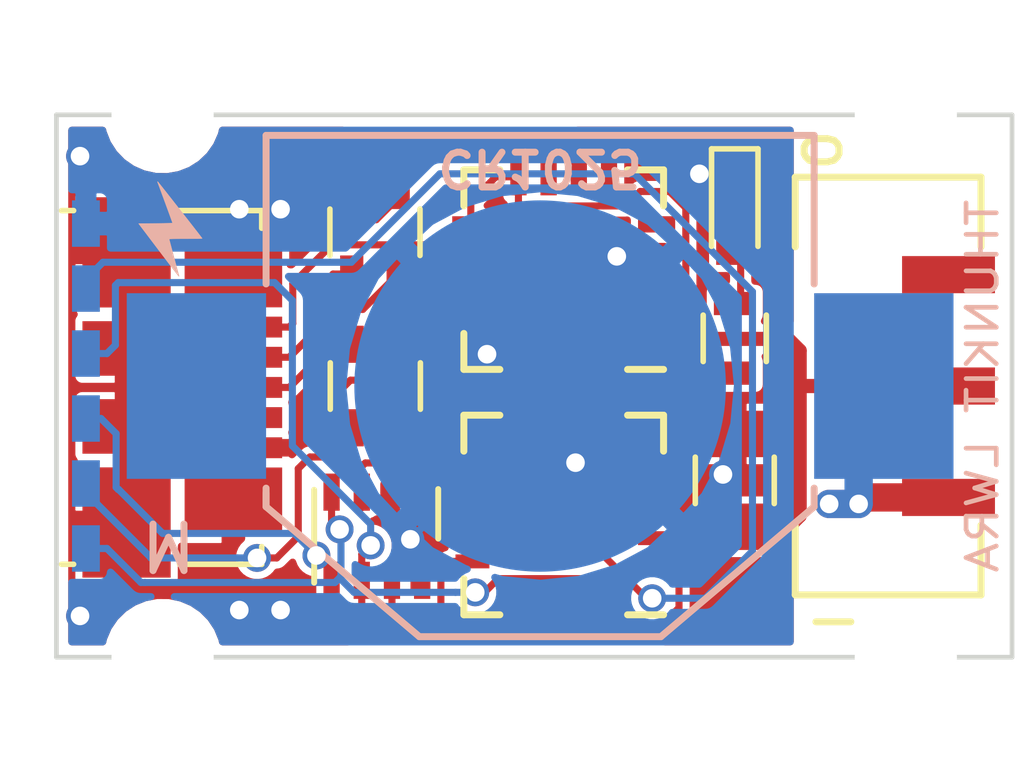
<source format=kicad_pcb>
(kicad_pcb (version 4) (host pcbnew 4.0.5+dfsg1-4)

  (general
    (links 56)
    (no_connects 0)
    (area 129.682457 87.9476 164.703543 107.9864)
    (thickness 1.6)
    (drawings 9)
    (tracks 225)
    (zones 0)
    (modules 31)
    (nets 31)
  )

  (page A4)
  (title_block
    (title LWRA)
    (date 2018-09-02)
    (rev M)
    (company "THUNKIT ELECTRONICS")
  )

  (layers
    (0 F.Cu signal)
    (31 B.Cu signal)
    (32 B.Adhes user)
    (33 F.Adhes user)
    (34 B.Paste user)
    (35 F.Paste user)
    (36 B.SilkS user)
    (37 F.SilkS user)
    (38 B.Mask user)
    (39 F.Mask user)
    (40 Dwgs.User user)
    (41 Cmts.User user)
    (42 Eco1.User user)
    (43 Eco2.User user)
    (44 Edge.Cuts user)
    (45 Margin user)
    (46 B.CrtYd user)
    (47 F.CrtYd user)
    (48 B.Fab user hide)
    (49 F.Fab user hide)
  )

  (setup
    (last_trace_width 0.1524)
    (user_trace_width 0.3048)
    (user_trace_width 0.6096)
    (trace_clearance 0.1524)
    (zone_clearance 0.1524)
    (zone_45_only no)
    (trace_min 0.0127)
    (segment_width 0.1)
    (edge_width 0.1)
    (via_size 0.6)
    (via_drill 0.4)
    (via_min_size 0.4)
    (via_min_drill 0.3)
    (uvia_size 0.3)
    (uvia_drill 0.1)
    (uvias_allowed no)
    (uvia_min_size 0)
    (uvia_min_drill 0)
    (pcb_text_width 0.3)
    (pcb_text_size 1.5 1.5)
    (mod_edge_width 0.15)
    (mod_text_size 1 1)
    (mod_text_width 0.15)
    (pad_size 0.6 0.6)
    (pad_drill 0.4)
    (pad_to_mask_clearance 0)
    (aux_axis_origin 0 0)
    (visible_elements FFFCFFFF)
    (pcbplotparams
      (layerselection 0x310fc_80000001)
      (usegerberextensions true)
      (excludeedgelayer true)
      (linewidth 0.100000)
      (plotframeref false)
      (viasonmask false)
      (mode 1)
      (useauxorigin false)
      (hpglpennumber 1)
      (hpglpenspeed 20)
      (hpglpendiameter 15)
      (hpglpenoverlay 2)
      (psnegative false)
      (psa4output false)
      (plotreference true)
      (plotvalue true)
      (plotinvisibletext false)
      (padsonsilk false)
      (subtractmaskfromsilk false)
      (outputformat 1)
      (mirror false)
      (drillshape 0)
      (scaleselection 1)
      (outputdirectory GERBER))
  )

  (net 0 "")
  (net 1 GND)
  (net 2 VCC)
  (net 3 RST)
  (net 4 MISO)
  (net 5 "Net-(U2-Pad2)")
  (net 6 "Net-(U2-Pad12)")
  (net 7 TX_FTDI)
  (net 8 RX_FTDI)
  (net 9 "Net-(D1-Pad2)")
  (net 10 "Net-(P1-Pad3)")
  (net 11 "Net-(P1-Pad4)")
  (net 12 "Net-(P1-Pad2)")
  (net 13 "Net-(P1-Pad1)")
  (net 14 MOSI)
  (net 15 SCK)
  (net 16 BMP_CS)
  (net 17 "Net-(U2-Pad11)")
  (net 18 "Net-(R1-Pad3)")
  (net 19 "Net-(R1-Pad4)")
  (net 20 "Net-(R2-Pad1)")
  (net 21 "Net-(R2-Pad2)")
  (net 22 "Net-(R3-Pad2)")
  (net 23 "Net-(U3-Pad1)")
  (net 24 "Net-(U3-Pad4)")
  (net 25 "Net-(U3-Pad5)")
  (net 26 "Net-(U3-Pad11)")
  (net 27 "Net-(U3-Pad14)")
  (net 28 "Net-(U3-Pad16)")
  (net 29 "Net-(U2-Pad14)")
  (net 30 /PWR)

  (net_class Default "This is the default net class."
    (clearance 0.1524)
    (trace_width 0.1524)
    (via_dia 0.6)
    (via_drill 0.4)
    (uvia_dia 0.3)
    (uvia_drill 0.1)
    (add_net /PWR)
    (add_net BMP_CS)
    (add_net GND)
    (add_net MISO)
    (add_net MOSI)
    (add_net "Net-(D1-Pad2)")
    (add_net "Net-(P1-Pad1)")
    (add_net "Net-(P1-Pad2)")
    (add_net "Net-(P1-Pad3)")
    (add_net "Net-(P1-Pad4)")
    (add_net "Net-(R1-Pad3)")
    (add_net "Net-(R1-Pad4)")
    (add_net "Net-(R2-Pad1)")
    (add_net "Net-(R2-Pad2)")
    (add_net "Net-(R3-Pad2)")
    (add_net "Net-(U2-Pad11)")
    (add_net "Net-(U2-Pad12)")
    (add_net "Net-(U2-Pad14)")
    (add_net "Net-(U2-Pad2)")
    (add_net "Net-(U3-Pad1)")
    (add_net "Net-(U3-Pad11)")
    (add_net "Net-(U3-Pad14)")
    (add_net "Net-(U3-Pad16)")
    (add_net "Net-(U3-Pad4)")
    (add_net "Net-(U3-Pad5)")
    (add_net RST)
    (add_net RX_FTDI)
    (add_net SCK)
    (add_net TX_FTDI)
    (add_net VCC)
  )

  (module "MOD:GND VIA" (layer F.Cu) (tedit 5B0A1E1B) (tstamp 5B8C29E2)
    (at 153.543 99.187)
    (fp_text reference "" (at 0 0) (layer F.SilkS)
      (effects (font (thickness 0.15)))
    )
    (fp_text value "" (at 0 0) (layer F.SilkS)
      (effects (font (thickness 0.15)))
    )
    (pad 1 thru_hole circle (at 0 1.27) (size 0.6 0.6) (drill 0.4) (layers *.Cu)
      (net 30 /PWR) (zone_connect 2))
  )

  (module "MOD:GND VIA" (layer F.Cu) (tedit 5B0AE3D6) (tstamp 5B0AE367)
    (at 137.414 101.6)
    (fp_text reference "" (at 0 0) (layer F.SilkS)
      (effects (font (thickness 0.15)))
    )
    (fp_text value "" (at 0 0) (layer F.SilkS)
      (effects (font (thickness 0.15)))
    )
    (pad 1 thru_hole circle (at 0 1.27) (size 0.6 0.6) (drill 0.4) (layers *.Cu *.Mask)
      (net 1 GND) (zone_connect 2))
  )

  (module "MOD:GND VIA" (layer F.Cu) (tedit 5B0AE451) (tstamp 5B0AE2C2)
    (at 137.414 91.694)
    (fp_text reference "" (at 0 0) (layer F.SilkS)
      (effects (font (thickness 0.15)))
    )
    (fp_text value "" (at 0 0) (layer F.SilkS)
      (effects (font (thickness 0.15)))
    )
    (pad 1 thru_hole circle (at 0 1.27) (size 0.6 0.6) (drill 0.4) (layers *.Cu *.Mask)
      (net 1 GND) (zone_connect 2))
  )

  (module "MOD:GND VIA" (layer F.Cu) (tedit 5B0A24ED) (tstamp 5B0A272B)
    (at 141.732 92.837)
    (fp_text reference "" (at 0 0) (layer F.SilkS)
      (effects (font (thickness 0.15)))
    )
    (fp_text value "" (at 0 0) (layer F.SilkS)
      (effects (font (thickness 0.15)))
    )
    (pad 1 thru_hole circle (at 0 1.27) (size 0.6 0.6) (drill 0.4) (layers *.Cu)
      (net 1 GND) (zone_connect 2))
  )

  (module "MOD:GND VIA" (layer F.Cu) (tedit 5B0A24ED) (tstamp 5B0A2725)
    (at 140.843 92.837)
    (fp_text reference "" (at 0 0) (layer F.SilkS)
      (effects (font (thickness 0.15)))
    )
    (fp_text value "" (at 0 0) (layer F.SilkS)
      (effects (font (thickness 0.15)))
    )
    (pad 1 thru_hole circle (at 0 1.27) (size 0.6 0.6) (drill 0.4) (layers *.Cu)
      (net 1 GND) (zone_connect 2))
  )

  (module "MOD:GND VIA" (layer F.Cu) (tedit 5B0A24ED) (tstamp 5B0A2721)
    (at 141.732 101.473)
    (fp_text reference "" (at 0 0) (layer F.SilkS)
      (effects (font (thickness 0.15)))
    )
    (fp_text value "" (at 0 0) (layer F.SilkS)
      (effects (font (thickness 0.15)))
    )
    (pad 1 thru_hole circle (at 0 1.27) (size 0.6 0.6) (drill 0.4) (layers *.Cu)
      (net 1 GND) (zone_connect 2))
  )

  (module "MOD:GND VIA" (layer F.Cu) (tedit 5B0A24ED) (tstamp 5B0A2716)
    (at 140.843 101.473)
    (fp_text reference "" (at 0 0) (layer F.SilkS)
      (effects (font (thickness 0.15)))
    )
    (fp_text value "" (at 0 0) (layer F.SilkS)
      (effects (font (thickness 0.15)))
    )
    (pad 1 thru_hole circle (at 0 1.27) (size 0.6 0.6) (drill 0.4) (layers *.Cu)
      (net 1 GND) (zone_connect 2))
  )

  (module "MOD:GND VIA" (layer F.Cu) (tedit 5B0A25C3) (tstamp 5B0A2694)
    (at 150.749 92.075)
    (fp_text reference "" (at 0 0) (layer F.SilkS)
      (effects (font (thickness 0.15)))
    )
    (fp_text value "" (at 0 0) (layer F.SilkS)
      (effects (font (thickness 0.15)))
    )
    (pad 1 thru_hole circle (at 0 1.27) (size 0.6 0.6) (drill 0.4) (layers *.Cu)
      (net 1 GND) (zone_connect 2))
  )

  (module "MOD:GND VIA" (layer F.Cu) (tedit 5B0A25C3) (tstamp 5B0A2689)
    (at 148.971 93.853)
    (fp_text reference "" (at 0 0) (layer F.SilkS)
      (effects (font (thickness 0.15)))
    )
    (fp_text value "" (at 0 0) (layer F.SilkS)
      (effects (font (thickness 0.15)))
    )
    (pad 1 thru_hole circle (at 0 1.27) (size 0.6 0.6) (drill 0.4) (layers *.Cu)
      (net 1 GND) (zone_connect 2))
  )

  (module "MOD:GND VIA" (layer F.Cu) (tedit 5B0A25C3) (tstamp 5B0A25DE)
    (at 151.257 98.552)
    (fp_text reference "" (at 0 0) (layer F.SilkS)
      (effects (font (thickness 0.15)))
    )
    (fp_text value "" (at 0 0) (layer F.SilkS)
      (effects (font (thickness 0.15)))
    )
    (pad 1 thru_hole circle (at 0 1.27) (size 0.6 0.6) (drill 0.4) (layers *.Cu)
      (net 1 GND) (zone_connect 2))
  )

  (module "MOD:GND VIA" (layer F.Cu) (tedit 5B0A25C3) (tstamp 5B0A25CC)
    (at 148.082 98.298)
    (fp_text reference "" (at 0 0) (layer F.SilkS)
      (effects (font (thickness 0.15)))
    )
    (fp_text value "" (at 0 0) (layer F.SilkS)
      (effects (font (thickness 0.15)))
    )
    (pad 1 thru_hole circle (at 0 1.27) (size 0.6 0.6) (drill 0.4) (layers *.Cu)
      (net 1 GND) (zone_connect 2))
  )

  (module "MOD:GND VIA" (layer F.Cu) (tedit 5B0A25C3) (tstamp 5B0A25C8)
    (at 146.177 95.9612)
    (fp_text reference "" (at 0 0) (layer F.SilkS)
      (effects (font (thickness 0.15)))
    )
    (fp_text value "" (at 0 0) (layer F.SilkS)
      (effects (font (thickness 0.15)))
    )
    (pad 1 thru_hole circle (at 0 1.27) (size 0.6 0.6) (drill 0.4) (layers *.Cu)
      (net 1 GND) (zone_connect 2))
  )

  (module "MOD:GND VIA" (layer F.Cu) (tedit 5B0A24ED) (tstamp 5B0A24F2)
    (at 144.526 99.949)
    (fp_text reference "" (at 0 0) (layer F.SilkS)
      (effects (font (thickness 0.15)))
    )
    (fp_text value "" (at 0 0) (layer F.SilkS)
      (effects (font (thickness 0.15)))
    )
    (pad 1 thru_hole circle (at 0 1.27) (size 0.6 0.6) (drill 0.4) (layers *.Cu)
      (net 1 GND) (zone_connect 2))
  )

  (module Resistors_SMD:R_Array_Convex_2x0603 (layer F.Cu) (tedit 5AE7776F) (tstamp 5AE77630)
    (at 143.772 97.917 270)
    (descr "Chip Resistor Network, ROHM MNR12 (see mnr_g.pdf)")
    (tags "resistor array")
    (path /5AE77C46)
    (attr smd)
    (fp_text reference R2 (at 0 -1.75 270) (layer F.SilkS) hide
      (effects (font (size 1 1) (thickness 0.15)))
    )
    (fp_text value 1K (at 0 2.1 270) (layer F.Fab)
      (effects (font (size 1 1) (thickness 0.15)))
    )
    (fp_text user %R (at 0 -1.75 270) (layer F.Fab)
      (effects (font (size 1 1) (thickness 0.15)))
    )
    (fp_line (start -0.8 -0.8) (end 0.8 -0.8) (layer F.Fab) (width 0.1))
    (fp_line (start 0.8 -0.8) (end 0.8 0.8) (layer F.Fab) (width 0.1))
    (fp_line (start 0.8 0.8) (end -0.8 0.8) (layer F.Fab) (width 0.1))
    (fp_line (start -0.8 0.8) (end -0.8 -0.8) (layer F.Fab) (width 0.1))
    (fp_line (start 0.5 0.97) (end -0.5 0.97) (layer F.SilkS) (width 0.12))
    (fp_line (start 0.5 -0.97) (end -0.5 -0.97) (layer F.SilkS) (width 0.12))
    (fp_line (start -1.55 -1.05) (end 1.55 -1.05) (layer F.CrtYd) (width 0.05))
    (fp_line (start -1.55 -1.05) (end -1.55 1.05) (layer F.CrtYd) (width 0.05))
    (fp_line (start 1.55 1.05) (end 1.55 -1.05) (layer F.CrtYd) (width 0.05))
    (fp_line (start 1.55 1.05) (end -1.55 1.05) (layer F.CrtYd) (width 0.05))
    (pad 1 smd rect (at -0.9 -0.5 270) (size 0.8 0.5) (layers F.Cu F.Paste F.Mask)
      (net 20 "Net-(R2-Pad1)"))
    (pad 2 smd rect (at -0.9 0.5 270) (size 0.8 0.5) (layers F.Cu F.Paste F.Mask)
      (net 21 "Net-(R2-Pad2)"))
    (pad 3 smd rect (at 0.9 0.5 270) (size 0.8 0.5) (layers F.Cu F.Paste F.Mask)
      (net 8 RX_FTDI))
    (pad 4 smd rect (at 0.9 -0.5 270) (size 0.8 0.5) (layers F.Cu F.Paste F.Mask)
      (net 7 TX_FTDI))
    (model ${KISYS3DMOD}/Resistors_SMD.3dshapes/R_Array_Convex_2x0603.wrl
      (at (xyz 0 0 0))
      (scale (xyz 1 1 1))
      (rotate (xyz 0 0 0))
    )
  )

  (module Mounting_Holes:MountingHole_2.2mm_M2 (layer F.Cu) (tedit 5B0A1591) (tstamp 5B0A1422)
    (at 155.194 103.759)
    (descr "Mounting Hole 2.2mm, no annular, M2")
    (tags "mounting hole 2.2mm no annular m2")
    (attr virtual)
    (fp_text reference REF** (at 0 -3.2) (layer F.SilkS) hide
      (effects (font (size 1 1) (thickness 0.15)))
    )
    (fp_text value MountingHole_2.2mm_M2 (at 0 3.2) (layer F.Fab)
      (effects (font (size 1 1) (thickness 0.15)))
    )
    (fp_text user %R (at 0.3 0) (layer F.Fab)
      (effects (font (size 1 1) (thickness 0.15)))
    )
    (fp_circle (center 0 0) (end 2.2 0) (layer Cmts.User) (width 0.15))
    (fp_circle (center 0 0) (end 2.45 0) (layer F.CrtYd) (width 0.05))
    (pad 1 np_thru_hole circle (at 0 0) (size 2.2 2.2) (drill 2.2) (layers *.Cu *.Mask))
  )

  (module Mounting_Holes:MountingHole_2.2mm_M2 (layer F.Cu) (tedit 5B0A1597) (tstamp 5B0A140E)
    (at 139.192 103.759)
    (descr "Mounting Hole 2.2mm, no annular, M2")
    (tags "mounting hole 2.2mm no annular m2")
    (attr virtual)
    (fp_text reference REF** (at 0 -3.2) (layer F.SilkS) hide
      (effects (font (size 1 1) (thickness 0.15)))
    )
    (fp_text value MountingHole_2.2mm_M2 (at 0 3.2) (layer F.Fab)
      (effects (font (size 1 1) (thickness 0.15)))
    )
    (fp_text user %R (at 0.3 0) (layer F.Fab)
      (effects (font (size 1 1) (thickness 0.15)))
    )
    (fp_circle (center 0 0) (end 2.2 0) (layer Cmts.User) (width 0.15))
    (fp_circle (center 0 0) (end 2.45 0) (layer F.CrtYd) (width 0.05))
    (pad 1 np_thru_hole circle (at 0 0) (size 2.2 2.2) (drill 2.2) (layers *.Cu *.Mask))
  )

  (module Mounting_Holes:MountingHole_2.2mm_M2 (layer F.Cu) (tedit 5B0A1584) (tstamp 5B0A1254)
    (at 139.192 92.075)
    (descr "Mounting Hole 2.2mm, no annular, M2")
    (tags "mounting hole 2.2mm no annular m2")
    (attr virtual)
    (fp_text reference REF** (at 0 -3.2) (layer F.SilkS) hide
      (effects (font (size 1 1) (thickness 0.15)))
    )
    (fp_text value MountingHole_2.2mm_M2 (at 0 3.2) (layer F.Fab)
      (effects (font (size 1 1) (thickness 0.15)))
    )
    (fp_text user %R (at 0.3 0) (layer F.Fab)
      (effects (font (size 1 1) (thickness 0.15)))
    )
    (fp_circle (center 0 0) (end 2.2 0) (layer Cmts.User) (width 0.15))
    (fp_circle (center 0 0) (end 2.45 0) (layer F.CrtYd) (width 0.05))
    (pad 1 np_thru_hole circle (at 0 0) (size 2.2 2.2) (drill 2.2) (layers *.Cu *.Mask))
  )

  (module MOD:LGA-8_NO_DOT (layer F.Cu) (tedit 5AE7848A) (tstamp 5A7FBAB1)
    (at 143.805 101.153 270)
    (path /5A7FB645)
    (solder_mask_margin 0.1)
    (attr smd)
    (fp_text reference U1 (at 0 -2.3064 270) (layer F.Fab)
      (effects (font (size 0.64 0.64) (thickness 0.05)))
    )
    (fp_text value BMP280 (at 0.018 2.2568 270) (layer F.SilkS) hide
      (effects (font (size 0.64 0.64) (thickness 0.05)))
    )
    (fp_line (start -1 1.35) (end 1 1.35) (layer F.SilkS) (width 0.127))
    (fp_line (start -1.016 -1.3208) (end 0.0508 -1.3208) (layer F.SilkS) (width 0.127))
    (pad 2 smd rect (at 0.95 -0.325 270) (size 0.8 0.35) (layers F.Cu F.Paste F.Mask)
      (net 16 BMP_CS))
    (pad 7 smd rect (at -0.95 -0.325 270) (size 0.8 0.35) (layers F.Cu F.Paste F.Mask)
      (net 1 GND))
    (pad 3 smd rect (at 0.95 0.325 270) (size 0.8 0.35) (layers F.Cu F.Paste F.Mask)
      (net 14 MOSI))
    (pad 6 smd rect (at -0.95 0.325 270) (size 0.8 0.35) (layers F.Cu F.Paste F.Mask)
      (net 2 VCC))
    (pad 8 smd rect (at -0.95 -0.975 270) (size 0.8 0.35) (layers F.Cu F.Paste F.Mask)
      (net 2 VCC))
    (pad 1 smd rect (at 0.95 -0.975 270) (size 0.8 0.35) (layers F.Cu F.Paste F.Mask)
      (net 1 GND))
    (pad 4 smd rect (at 0.95 0.975 270) (size 0.8 0.35) (layers F.Cu F.Paste F.Mask)
      (net 15 SCK))
    (pad 5 smd rect (at -0.95 0.975 270) (size 0.8 0.35) (layers F.Cu F.Paste F.Mask)
      (net 4 MISO))
  )

  (module LEDs:LED_0603 (layer F.Cu) (tedit 5A7FB8DC) (tstamp 5A7FBFA8)
    (at 151.511 94.107 270)
    (descr "LED 0603 smd package")
    (tags "LED led 0603 SMD smd SMT smt smdled SMDLED smtled SMTLED")
    (path /58C06DF8)
    (attr smd)
    (fp_text reference D1 (at 0 -1.25 270) (layer F.SilkS) hide
      (effects (font (size 1 1) (thickness 0.15)))
    )
    (fp_text value LED (at 0 1.35 270) (layer F.Fab)
      (effects (font (size 1 1) (thickness 0.15)))
    )
    (fp_line (start -1.3 -0.5) (end -1.3 0.5) (layer F.SilkS) (width 0.12))
    (fp_line (start -0.2 -0.2) (end -0.2 0.2) (layer F.Fab) (width 0.1))
    (fp_line (start -0.15 0) (end 0.15 -0.2) (layer F.Fab) (width 0.1))
    (fp_line (start 0.15 0.2) (end -0.15 0) (layer F.Fab) (width 0.1))
    (fp_line (start 0.15 -0.2) (end 0.15 0.2) (layer F.Fab) (width 0.1))
    (fp_line (start 0.8 0.4) (end -0.8 0.4) (layer F.Fab) (width 0.1))
    (fp_line (start 0.8 -0.4) (end 0.8 0.4) (layer F.Fab) (width 0.1))
    (fp_line (start -0.8 -0.4) (end 0.8 -0.4) (layer F.Fab) (width 0.1))
    (fp_line (start -0.8 0.4) (end -0.8 -0.4) (layer F.Fab) (width 0.1))
    (fp_line (start -1.3 0.5) (end 0.8 0.5) (layer F.SilkS) (width 0.12))
    (fp_line (start -1.3 -0.5) (end 0.8 -0.5) (layer F.SilkS) (width 0.12))
    (fp_line (start 1.45 -0.65) (end 1.45 0.65) (layer F.CrtYd) (width 0.05))
    (fp_line (start 1.45 0.65) (end -1.45 0.65) (layer F.CrtYd) (width 0.05))
    (fp_line (start -1.45 0.65) (end -1.45 -0.65) (layer F.CrtYd) (width 0.05))
    (fp_line (start -1.45 -0.65) (end 1.45 -0.65) (layer F.CrtYd) (width 0.05))
    (pad 2 smd rect (at 0.8 0 90) (size 0.8 0.8) (layers F.Cu F.Paste F.Mask)
      (net 9 "Net-(D1-Pad2)"))
    (pad 1 smd rect (at -0.8 0 90) (size 0.8 0.8) (layers F.Cu F.Paste F.Mask)
      (net 1 GND))
    (model ${KISYS3DMOD}/LEDs.3dshapes/LED_0603.wrl
      (at (xyz 0 0 0))
      (scale (xyz 1 1 1))
      (rotate (xyz 0 0 180))
    )
  )

  (module Capacitors_SMD:C_0805 (layer F.Cu) (tedit 5A7FC28A) (tstamp 5A7FCAA0)
    (at 151.511 99.949 90)
    (descr "Capacitor SMD 0805, reflow soldering, AVX (see smccp.pdf)")
    (tags "capacitor 0805")
    (path /58C06C0F)
    (attr smd)
    (fp_text reference C1 (at 0 -1.5 90) (layer F.SilkS) hide
      (effects (font (size 1 1) (thickness 0.15)))
    )
    (fp_text value 1uF (at 0 1.75 90) (layer F.Fab)
      (effects (font (size 1 1) (thickness 0.15)))
    )
    (fp_text user %R (at 0 -1.5 90) (layer F.Fab)
      (effects (font (size 1 1) (thickness 0.15)))
    )
    (fp_line (start -1 0.62) (end -1 -0.62) (layer F.Fab) (width 0.1))
    (fp_line (start 1 0.62) (end -1 0.62) (layer F.Fab) (width 0.1))
    (fp_line (start 1 -0.62) (end 1 0.62) (layer F.Fab) (width 0.1))
    (fp_line (start -1 -0.62) (end 1 -0.62) (layer F.Fab) (width 0.1))
    (fp_line (start 0.5 -0.85) (end -0.5 -0.85) (layer F.SilkS) (width 0.12))
    (fp_line (start -0.5 0.85) (end 0.5 0.85) (layer F.SilkS) (width 0.12))
    (fp_line (start -1.75 -0.88) (end 1.75 -0.88) (layer F.CrtYd) (width 0.05))
    (fp_line (start -1.75 -0.88) (end -1.75 0.87) (layer F.CrtYd) (width 0.05))
    (fp_line (start 1.75 0.87) (end 1.75 -0.88) (layer F.CrtYd) (width 0.05))
    (fp_line (start 1.75 0.87) (end -1.75 0.87) (layer F.CrtYd) (width 0.05))
    (pad 1 smd rect (at -1 0 90) (size 1 1.25) (layers F.Cu F.Paste F.Mask)
      (net 2 VCC))
    (pad 2 smd rect (at 1 0 90) (size 1 1.25) (layers F.Cu F.Paste F.Mask)
      (net 1 GND))
    (model Capacitors_SMD.3dshapes/C_0805.wrl
      (at (xyz 0 0 0))
      (scale (xyz 1 1 1))
      (rotate (xyz 0 0 0))
    )
  )

  (module MOD:lightning2 (layer B.Cu) (tedit 0) (tstamp 5A804F8D)
    (at 139.319 94.488 180)
    (fp_text reference G*** (at 0 0 180) (layer B.SilkS) hide
      (effects (font (thickness 0.3)) (justify mirror))
    )
    (fp_text value LOGO (at 0.75 0 180) (layer B.SilkS) hide
      (effects (font (thickness 0.3)) (justify mirror))
    )
    (fp_poly (pts (xy 0.235765 0.96729) (xy 0.228162 0.94615) (xy 0.21584 0.913513) (xy 0.197183 0.86346)
      (xy 0.173378 0.79923) (xy 0.145614 0.724057) (xy 0.115076 0.641179) (xy 0.082954 0.553831)
      (xy 0.050433 0.46525) (xy 0.018702 0.378673) (xy -0.011052 0.297336) (xy -0.037642 0.224475)
      (xy -0.05988 0.163326) (xy -0.076578 0.117126) (xy -0.08655 0.089112) (xy -0.0889 0.081988)
      (xy -0.076729 0.080494) (xy -0.042328 0.078927) (xy 0.011132 0.07736) (xy 0.080482 0.075872)
      (xy 0.162552 0.074537) (xy 0.254171 0.073433) (xy 0.276443 0.073217) (xy 0.641787 0.06985)
      (xy 0.220728 -0.486879) (xy 0.141472 -0.591571) (xy 0.066522 -0.690374) (xy -0.002672 -0.781392)
      (xy -0.06466 -0.862728) (xy -0.117994 -0.932485) (xy -0.161224 -0.988766) (xy -0.192901 -1.029675)
      (xy -0.211575 -1.053315) (xy -0.215893 -1.058379) (xy -0.226448 -1.064999) (xy -0.224955 -1.050813)
      (xy -0.22409 -1.04775) (xy -0.216216 -1.019736) (xy -0.203435 -0.973249) (xy -0.186703 -0.91185)
      (xy -0.166978 -0.8391) (xy -0.145217 -0.758563) (xy -0.122377 -0.6738) (xy -0.099417 -0.588373)
      (xy -0.077292 -0.505844) (xy -0.056961 -0.429775) (xy -0.03938 -0.363729) (xy -0.025508 -0.311267)
      (xy -0.016301 -0.275952) (xy -0.012716 -0.261345) (xy -0.0127 -0.261192) (xy -0.024865 -0.25933)
      (xy -0.059216 -0.257646) (xy -0.11254 -0.256207) (xy -0.181624 -0.255078) (xy -0.263256 -0.254322)
      (xy -0.354221 -0.254005) (xy -0.3683 -0.254) (xy -0.460376 -0.253783) (xy -0.543593 -0.25317)
      (xy -0.61474 -0.252219) (xy -0.670603 -0.250986) (xy -0.707968 -0.24953) (xy -0.723623 -0.247908)
      (xy -0.7239 -0.247657) (xy -0.716323 -0.236945) (xy -0.69469 -0.208379) (xy -0.660651 -0.164067)
      (xy -0.615855 -0.106118) (xy -0.56195 -0.036639) (xy -0.500587 0.042261) (xy -0.433414 0.128472)
      (xy -0.362081 0.219888) (xy -0.288237 0.314398) (xy -0.21353 0.409896) (xy -0.139611 0.504271)
      (xy -0.068127 0.595417) (xy -0.00073 0.681224) (xy 0.060934 0.759583) (xy 0.115213 0.828387)
      (xy 0.16046 0.885527) (xy 0.195025 0.928894) (xy 0.217258 0.956381) (xy 0.224749 0.9652)
      (xy 0.235777 0.975093) (xy 0.235765 0.96729)) (layer B.SilkS) (width 0.01))
  )

  (module Resistors_SMD:R_Array_Convex_2x0603 (layer F.Cu) (tedit 5AE7777D) (tstamp 5AE77628)
    (at 143.764 94.604 90)
    (descr "Chip Resistor Network, ROHM MNR12 (see mnr_g.pdf)")
    (tags "resistor array")
    (path /5AE77B6A)
    (attr smd)
    (fp_text reference R1 (at 0 -1.75 90) (layer F.SilkS) hide
      (effects (font (size 1 1) (thickness 0.15)))
    )
    (fp_text value 22 (at 0 2.1 90) (layer F.Fab)
      (effects (font (size 1 1) (thickness 0.15)))
    )
    (fp_text user %R (at 0 -1.75 90) (layer F.Fab)
      (effects (font (size 1 1) (thickness 0.15)))
    )
    (fp_line (start -0.8 -0.8) (end 0.8 -0.8) (layer F.Fab) (width 0.1))
    (fp_line (start 0.8 -0.8) (end 0.8 0.8) (layer F.Fab) (width 0.1))
    (fp_line (start 0.8 0.8) (end -0.8 0.8) (layer F.Fab) (width 0.1))
    (fp_line (start -0.8 0.8) (end -0.8 -0.8) (layer F.Fab) (width 0.1))
    (fp_line (start 0.5 0.97) (end -0.5 0.97) (layer F.SilkS) (width 0.12))
    (fp_line (start 0.5 -0.97) (end -0.5 -0.97) (layer F.SilkS) (width 0.12))
    (fp_line (start -1.55 -1.05) (end 1.55 -1.05) (layer F.CrtYd) (width 0.05))
    (fp_line (start -1.55 -1.05) (end -1.55 1.05) (layer F.CrtYd) (width 0.05))
    (fp_line (start 1.55 1.05) (end 1.55 -1.05) (layer F.CrtYd) (width 0.05))
    (fp_line (start 1.55 1.05) (end -1.55 1.05) (layer F.CrtYd) (width 0.05))
    (pad 1 smd rect (at -0.9 -0.5 90) (size 0.8 0.5) (layers F.Cu F.Paste F.Mask)
      (net 12 "Net-(P1-Pad2)"))
    (pad 2 smd rect (at -0.9 0.5 90) (size 0.8 0.5) (layers F.Cu F.Paste F.Mask)
      (net 10 "Net-(P1-Pad3)"))
    (pad 3 smd rect (at 0.9 0.5 90) (size 0.8 0.5) (layers F.Cu F.Paste F.Mask)
      (net 18 "Net-(R1-Pad3)"))
    (pad 4 smd rect (at 0.9 -0.5 90) (size 0.8 0.5) (layers F.Cu F.Paste F.Mask)
      (net 19 "Net-(R1-Pad4)"))
    (model ${KISYS3DMOD}/Resistors_SMD.3dshapes/R_Array_Convex_2x0603.wrl
      (at (xyz 0 0 0))
      (scale (xyz 1 1 1))
      (rotate (xyz 0 0 0))
    )
  )

  (module Connectors_USB:USB_Micro-B_Molex_47346-0001 (layer F.Cu) (tedit 5AE77762) (tstamp 5AE7776B)
    (at 138.416 97.947 270)
    (descr "Micro USB B receptable with flange, bottom-mount, SMD, right-angle (http://www.molex.com/pdm_docs/sd/473460001_sd.pdf)")
    (tags "Micro B USB SMD")
    (path /58C06FD0)
    (attr smd)
    (fp_text reference P1 (at 0 -4.5 270) (layer F.SilkS) hide
      (effects (font (size 1 1) (thickness 0.15)))
    )
    (fp_text value USB_OTG (at 0 3.4 450) (layer F.Fab)
      (effects (font (size 1 1) (thickness 0.15)))
    )
    (fp_text user "PCB Edge" (at 0 1.47 450) (layer Dwgs.User)
      (effects (font (size 0.4 0.4) (thickness 0.04)))
    )
    (fp_text user %R (at 0 0 270) (layer F.Fab)
      (effects (font (size 1 1) (thickness 0.15)))
    )
    (fp_line (start 3.81 -2.91) (end 3.43 -2.91) (layer F.SilkS) (width 0.12))
    (fp_line (start 4.6 2.7) (end -4.6 2.7) (layer F.CrtYd) (width 0.05))
    (fp_line (start 4.6 -3.9) (end 4.6 2.7) (layer F.CrtYd) (width 0.05))
    (fp_line (start -4.6 -3.9) (end 4.6 -3.9) (layer F.CrtYd) (width 0.05))
    (fp_line (start -4.6 2.7) (end -4.6 -3.9) (layer F.CrtYd) (width 0.05))
    (fp_line (start 3.75 2.15) (end -3.75 2.15) (layer F.Fab) (width 0.1))
    (fp_line (start 3.75 -2.85) (end 3.75 2.15) (layer F.Fab) (width 0.1))
    (fp_line (start -3.75 -2.85) (end 3.75 -2.85) (layer F.Fab) (width 0.1))
    (fp_line (start -3.75 2.15) (end -3.75 -2.85) (layer F.Fab) (width 0.1))
    (fp_line (start 3.81 1.14) (end 3.81 1.4) (layer F.SilkS) (width 0.12))
    (fp_line (start 3.81 -2.91) (end 3.81 -1.14) (layer F.SilkS) (width 0.12))
    (fp_line (start -3.81 -2.91) (end -3.43 -2.91) (layer F.SilkS) (width 0.12))
    (fp_line (start -3.81 -1.14) (end -3.81 -2.91) (layer F.SilkS) (width 0.12))
    (fp_line (start -3.81 1.4) (end -3.81 1.14) (layer F.SilkS) (width 0.12))
    (fp_line (start -3.25 1.45) (end 3.25 1.45) (layer F.Fab) (width 0.1))
    (pad 1 smd rect (at -1.3 -2.66 270) (size 0.45 1.38) (layers F.Cu F.Paste F.Mask)
      (net 13 "Net-(P1-Pad1)"))
    (pad 2 smd rect (at -0.65 -2.66 270) (size 0.45 1.38) (layers F.Cu F.Paste F.Mask)
      (net 12 "Net-(P1-Pad2)"))
    (pad 3 smd rect (at 0 -2.66 270) (size 0.45 1.38) (layers F.Cu F.Paste F.Mask)
      (net 10 "Net-(P1-Pad3)"))
    (pad 4 smd rect (at 0.65 -2.66 270) (size 0.45 1.38) (layers F.Cu F.Paste F.Mask)
      (net 11 "Net-(P1-Pad4)"))
    (pad 5 smd rect (at 1.3 -2.66 270) (size 0.45 1.38) (layers F.Cu F.Paste F.Mask)
      (net 1 GND))
    (pad 6 smd rect (at -2.4625 -2.3 270) (size 1.475 2.1) (layers F.Cu F.Paste F.Mask)
      (net 1 GND))
    (pad 6 smd rect (at 2.4625 -2.3 270) (size 1.475 2.1) (layers F.Cu F.Paste F.Mask)
      (net 1 GND))
    (pad 6 smd rect (at -2.91 0 270) (size 2.375 1.9) (layers F.Cu F.Paste F.Mask)
      (net 1 GND))
    (pad 6 smd rect (at 2.91 0 270) (size 2.375 1.9) (layers F.Cu F.Paste F.Mask)
      (net 1 GND))
    (pad 6 smd rect (at -0.84 0 270) (size 1.175 1.9) (layers F.Cu F.Paste F.Mask)
      (net 1 GND))
    (pad 6 smd rect (at 0.84 0 270) (size 1.175 1.9) (layers F.Cu F.Paste F.Mask)
      (net 1 GND))
    (model ${KISYS3DMOD}/Connectors_USB.3dshapes/USB_Micro-B_Molex_47346-0001.wrl
      (at (xyz 0 0 0))
      (scale (xyz 1 1 1))
      (rotate (xyz 0 0 0))
    )
  )

  (module Resistors_SMD:R_0603 (layer F.Cu) (tedit 5AE77A6D) (tstamp 5AE77A86)
    (at 151.511 96.889 270)
    (descr "Resistor SMD 0603, reflow soldering, Vishay (see dcrcw.pdf)")
    (tags "resistor 0603")
    (path /5AE78B0E)
    (attr smd)
    (fp_text reference R3 (at 0 -1.45 270) (layer F.SilkS) hide
      (effects (font (size 1 1) (thickness 0.15)))
    )
    (fp_text value 330 (at 0 1.5 270) (layer F.Fab)
      (effects (font (size 1 1) (thickness 0.15)))
    )
    (fp_text user %R (at 0 0 270) (layer F.Fab)
      (effects (font (size 0.4 0.4) (thickness 0.075)))
    )
    (fp_line (start -0.8 0.4) (end -0.8 -0.4) (layer F.Fab) (width 0.1))
    (fp_line (start 0.8 0.4) (end -0.8 0.4) (layer F.Fab) (width 0.1))
    (fp_line (start 0.8 -0.4) (end 0.8 0.4) (layer F.Fab) (width 0.1))
    (fp_line (start -0.8 -0.4) (end 0.8 -0.4) (layer F.Fab) (width 0.1))
    (fp_line (start 0.5 0.68) (end -0.5 0.68) (layer F.SilkS) (width 0.12))
    (fp_line (start -0.5 -0.68) (end 0.5 -0.68) (layer F.SilkS) (width 0.12))
    (fp_line (start -1.25 -0.7) (end 1.25 -0.7) (layer F.CrtYd) (width 0.05))
    (fp_line (start -1.25 -0.7) (end -1.25 0.7) (layer F.CrtYd) (width 0.05))
    (fp_line (start 1.25 0.7) (end 1.25 -0.7) (layer F.CrtYd) (width 0.05))
    (fp_line (start 1.25 0.7) (end -1.25 0.7) (layer F.CrtYd) (width 0.05))
    (pad 1 smd rect (at -0.75 0 270) (size 0.5 0.9) (layers F.Cu F.Paste F.Mask)
      (net 9 "Net-(D1-Pad2)"))
    (pad 2 smd rect (at 0.75 0 270) (size 0.5 0.9) (layers F.Cu F.Paste F.Mask)
      (net 22 "Net-(R3-Pad2)"))
    (model ${KISYS3DMOD}/Resistors_SMD.3dshapes/R_0603.wrl
      (at (xyz 0 0 0))
      (scale (xyz 1 1 1))
      (rotate (xyz 0 0 0))
    )
  )

  (module MOD:QFN-16_4x4mm_Pitch0.65mm_NO_PIN_12 (layer F.Cu) (tedit 5AE7919E) (tstamp 5AE7931B)
    (at 147.828 95.409 180)
    (descr "16-Lead Plastic Quad Flat, No Lead Package (ML) - 4x4x0.9 mm Body [QFN]; (see Microchip Packaging Specification 00000049BS.pdf)")
    (tags "QFN 0.65")
    (path /58C09399)
    (attr smd)
    (fp_text reference U3 (at 0 -3.4 180) (layer F.SilkS) hide
      (effects (font (size 1 1) (thickness 0.15)))
    )
    (fp_text value FT230XQ-R (at 0 3.4 180) (layer F.Fab)
      (effects (font (size 1 1) (thickness 0.15)))
    )
    (fp_line (start -2.65 -2.65) (end -2.65 2.65) (layer F.CrtYd) (width 0.05))
    (fp_line (start 2.65 -2.65) (end 2.65 2.65) (layer F.CrtYd) (width 0.05))
    (fp_line (start -2.65 -2.65) (end 2.65 -2.65) (layer F.CrtYd) (width 0.05))
    (fp_line (start -2.65 2.65) (end 2.65 2.65) (layer F.CrtYd) (width 0.05))
    (fp_line (start 2.15 -2.15) (end 2.15 -1.375) (layer F.SilkS) (width 0.15))
    (fp_line (start -2.15 2.15) (end -2.15 1.375) (layer F.SilkS) (width 0.15))
    (fp_line (start 2.15 2.15) (end 2.15 1.375) (layer F.SilkS) (width 0.15))
    (fp_line (start -2.15 -2.15) (end -1.375 -2.15) (layer F.SilkS) (width 0.15))
    (fp_line (start -2.15 2.15) (end -1.375 2.15) (layer F.SilkS) (width 0.15))
    (fp_line (start 2.15 2.15) (end 1.375 2.15) (layer F.SilkS) (width 0.15))
    (fp_line (start 2.15 -2.15) (end 1.375 -2.15) (layer F.SilkS) (width 0.15))
    (pad 1 smd rect (at -2 -0.975 180) (size 0.8 0.35) (layers F.Cu F.Paste F.Mask)
      (net 23 "Net-(U3-Pad1)"))
    (pad 2 smd rect (at -2 -0.325 180) (size 0.8 0.35) (layers F.Cu F.Paste F.Mask)
      (net 21 "Net-(R2-Pad2)"))
    (pad 3 smd rect (at -2 0.325 180) (size 0.8 0.35) (layers F.Cu F.Paste F.Mask)
      (net 1 GND))
    (pad 4 smd rect (at -2 0.975 180) (size 0.8 0.35) (layers F.Cu F.Paste F.Mask)
      (net 24 "Net-(U3-Pad4)"))
    (pad 5 smd rect (at -0.975 2 270) (size 0.8 0.35) (layers F.Cu F.Paste F.Mask)
      (net 25 "Net-(U3-Pad5)"))
    (pad 6 smd rect (at -0.325 2 270) (size 0.8 0.35) (layers F.Cu F.Paste F.Mask)
      (net 18 "Net-(R1-Pad3)"))
    (pad 7 smd rect (at 0.325 2 270) (size 0.8 0.35) (layers F.Cu F.Paste F.Mask)
      (net 19 "Net-(R1-Pad4)"))
    (pad 8 smd rect (at 0.975 2 270) (size 0.8 0.35) (layers F.Cu F.Paste F.Mask)
      (net 23 "Net-(U3-Pad1)"))
    (pad 9 smd rect (at 2 0.975 180) (size 0.8 0.35) (layers F.Cu F.Paste F.Mask)
      (net 23 "Net-(U3-Pad1)"))
    (pad 10 smd rect (at 2 0.325 180) (size 0.8 0.35) (layers F.Cu F.Paste F.Mask)
      (net 13 "Net-(P1-Pad1)"))
    (pad 11 smd rect (at 2 -0.325 180) (size 0.8 0.35) (layers F.Cu F.Paste F.Mask)
      (net 26 "Net-(U3-Pad11)"))
    (pad 13 smd rect (at 0.975 -2 270) (size 0.8 0.35) (layers F.Cu F.Paste F.Mask)
      (net 1 GND))
    (pad 14 smd rect (at 0.325 -2 270) (size 0.8 0.35) (layers F.Cu F.Paste F.Mask)
      (net 27 "Net-(U3-Pad14)"))
    (pad 15 smd rect (at -0.325 -2 270) (size 0.8 0.35) (layers F.Cu F.Paste F.Mask)
      (net 20 "Net-(R2-Pad1)"))
    (pad 16 smd rect (at -0.975 -2 270) (size 0.8 0.35) (layers F.Cu F.Paste F.Mask)
      (net 28 "Net-(U3-Pad16)"))
    (model Housings_DFN_QFN.3dshapes/QFN-16-1EP_4x4mm_Pitch0.65mm.wrl
      (at (xyz 0 0 0))
      (scale (xyz 1 1 1))
      (rotate (xyz 0 0 0))
    )
  )

  (module MOD:QFN-20-1EP_4x4mm_Pitch0.5mm_NO_PIN_10 (layer F.Cu) (tedit 5AE79290) (tstamp 5AE79527)
    (at 147.828 100.695 180)
    (descr "20-Lead Plastic Quad Flat, No Lead Package (ML) - 4x4x0.9 mm Body [QFN]; (see Microchip Packaging Specification 00000049BS.pdf)")
    (tags "QFN 0.5")
    (path /58C0482F)
    (attr smd)
    (fp_text reference U2 (at 0 -3.33 180) (layer F.SilkS) hide
      (effects (font (size 1 1) (thickness 0.15)))
    )
    (fp_text value ATTINY841-MU (at 0 3.33 180) (layer F.Fab)
      (effects (font (size 1 1) (thickness 0.15)))
    )
    (fp_line (start -1 -2) (end 2 -2) (layer F.Fab) (width 0.15))
    (fp_line (start 2 -2) (end 2 2) (layer F.Fab) (width 0.15))
    (fp_line (start 2 2) (end -2 2) (layer F.Fab) (width 0.15))
    (fp_line (start -2 2) (end -2 -1) (layer F.Fab) (width 0.15))
    (fp_line (start -2 -1) (end -1 -2) (layer F.Fab) (width 0.15))
    (fp_line (start -2.6 -2.6) (end -2.6 2.6) (layer F.CrtYd) (width 0.05))
    (fp_line (start 2.6 -2.6) (end 2.6 2.6) (layer F.CrtYd) (width 0.05))
    (fp_line (start -2.6 -2.6) (end 2.6 -2.6) (layer F.CrtYd) (width 0.05))
    (fp_line (start -2.6 2.6) (end 2.6 2.6) (layer F.CrtYd) (width 0.05))
    (fp_line (start 2.15 -2.15) (end 2.15 -1.375) (layer F.SilkS) (width 0.15))
    (fp_line (start -2.15 2.15) (end -2.15 1.375) (layer F.SilkS) (width 0.15))
    (fp_line (start 2.15 2.15) (end 2.15 1.375) (layer F.SilkS) (width 0.15))
    (fp_line (start -2.15 -2.15) (end -1.375 -2.15) (layer F.SilkS) (width 0.15))
    (fp_line (start -2.15 2.15) (end -1.375 2.15) (layer F.SilkS) (width 0.15))
    (fp_line (start 2.15 2.15) (end 1.375 2.15) (layer F.SilkS) (width 0.15))
    (fp_line (start 2.15 -2.15) (end 1.375 -2.15) (layer F.SilkS) (width 0.15))
    (pad 1 smd rect (at -1.965 -1 180) (size 0.73 0.3) (layers F.Cu F.Paste F.Mask)
      (net 15 SCK))
    (pad 2 smd rect (at -1.965 -0.5 180) (size 0.73 0.3) (layers F.Cu F.Paste F.Mask)
      (net 5 "Net-(U2-Pad2)"))
    (pad 3 smd rect (at -1.965 0 180) (size 0.73 0.3) (layers F.Cu F.Paste F.Mask)
      (net 7 TX_FTDI))
    (pad 4 smd rect (at -1.965 0.5 180) (size 0.73 0.3) (layers F.Cu F.Paste F.Mask)
      (net 8 RX_FTDI))
    (pad 5 smd rect (at -1.965 1 180) (size 0.73 0.3) (layers F.Cu F.Paste F.Mask)
      (net 22 "Net-(R3-Pad2)"))
    (pad 6 smd rect (at -1 1.965 270) (size 0.73 0.3) (layers F.Cu F.Paste F.Mask))
    (pad 7 smd rect (at -0.5 1.965 270) (size 0.73 0.3) (layers F.Cu F.Paste F.Mask))
    (pad 8 smd rect (at 0 1.965 270) (size 0.73 0.3) (layers F.Cu F.Paste F.Mask)
      (net 1 GND))
    (pad 9 smd rect (at 0.5 1.965 270) (size 0.73 0.3) (layers F.Cu F.Paste F.Mask)
      (net 2 VCC))
    (pad 11 smd rect (at 1.965 1 180) (size 0.73 0.3) (layers F.Cu F.Paste F.Mask)
      (net 17 "Net-(U2-Pad11)"))
    (pad 12 smd rect (at 1.965 0.5 180) (size 0.73 0.3) (layers F.Cu F.Paste F.Mask)
      (net 6 "Net-(U2-Pad12)"))
    (pad 13 smd rect (at 1.965 0 180) (size 0.73 0.3) (layers F.Cu F.Paste F.Mask)
      (net 3 RST))
    (pad 14 smd rect (at 1.965 -0.5 180) (size 0.73 0.3) (layers F.Cu F.Paste F.Mask)
      (net 29 "Net-(U2-Pad14)"))
    (pad 15 smd rect (at 1.965 -1 180) (size 0.73 0.3) (layers F.Cu F.Paste F.Mask)
      (net 16 BMP_CS))
    (pad 16 smd rect (at 1 -1.965 270) (size 0.73 0.3) (layers F.Cu F.Paste F.Mask)
      (net 14 MOSI))
    (pad 17 smd rect (at 0.5 -1.965 270) (size 0.73 0.3) (layers F.Cu F.Paste F.Mask))
    (pad 18 smd rect (at 0 -1.965 270) (size 0.73 0.3) (layers F.Cu F.Paste F.Mask))
    (pad 19 smd rect (at -0.5 -1.965 270) (size 0.73 0.3) (layers F.Cu F.Paste F.Mask))
    (pad 20 smd rect (at -1 -1.965 270) (size 0.73 0.3) (layers F.Cu F.Paste F.Mask)
      (net 4 MISO))
    (model ${KISYS3DMOD}/Housings_DFN_QFN.3dshapes/QFN-20-1EP_4x4mm_Pitch0.5mm.wrl
      (at (xyz 0 0 0))
      (scale (xyz 1 1 1))
      (rotate (xyz 0 0 0))
    )
  )

  (module MOD:BK-870 (layer B.Cu) (tedit 5AF24102) (tstamp 5AF2483D)
    (at 147.32 97.817 180)
    (path /588E91E3)
    (fp_text reference BT1 (at -3.6 4.3 180) (layer B.SilkS) hide
      (effects (font (size 1 1) (thickness 0.15)) (justify mirror))
    )
    (fp_text value 3V (at 2.7 4.4 180) (layer B.Fab)
      (effects (font (size 1 1) (thickness 0.15)) (justify mirror))
    )
    (fp_line (start -5.9 5.3) (end 5.9 5.3) (layer B.SilkS) (width 0.15))
    (fp_line (start -5.9 2.1) (end -5.9 5.3) (layer B.SilkS) (width 0.15))
    (fp_line (start 5.9 2.1) (end 5.9 5.3) (layer B.SilkS) (width 0.15))
    (fp_line (start -2.6 -5.5) (end -5.9 -2.7) (layer B.SilkS) (width 0.15))
    (fp_line (start 5.9 -2.7) (end 2.6 -5.5) (layer B.SilkS) (width 0.15))
    (fp_line (start 5.9 -2.7) (end 5.9 -2.3) (layer B.SilkS) (width 0.15))
    (fp_line (start -2.6 -5.5) (end 2.6 -5.5) (layer B.SilkS) (width 0.15))
    (fp_line (start -5.9 -2.7) (end -5.9 -2.3) (layer B.SilkS) (width 0.15))
    (fp_line (start 5.9 -2.7) (end 5.9 -2.4) (layer B.SilkS) (width 0.15))
    (pad 2 smd circle (at 0 -0.1 180) (size 8 8) (layers B.Cu B.Mask)
      (net 1 GND))
    (pad 1 smd rect (at -7.4 -0.1 180) (size 3 4) (layers B.Cu B.Mask)
      (net 30 /PWR))
    (pad NC3 smd rect (at 7.4 -0.1 180) (size 3 4) (layers B.Cu B.Mask))
  )

  (module Mounting_Holes:MountingHole_2.2mm_M2 (layer F.Cu) (tedit 5B0A158A) (tstamp 5B0A124D)
    (at 155.194 92.075)
    (descr "Mounting Hole 2.2mm, no annular, M2")
    (tags "mounting hole 2.2mm no annular m2")
    (attr virtual)
    (fp_text reference REF** (at 0 -3.2) (layer F.SilkS) hide
      (effects (font (size 1 1) (thickness 0.15)))
    )
    (fp_text value MountingHole_2.2mm_M2 (at 0 3.2) (layer F.Fab)
      (effects (font (size 1 1) (thickness 0.15)))
    )
    (fp_text user %R (at 0.3 0) (layer F.Fab)
      (effects (font (size 1 1) (thickness 0.15)))
    )
    (fp_circle (center 0 0) (end 2.2 0) (layer Cmts.User) (width 0.15))
    (fp_circle (center 0 0) (end 2.45 0) (layer F.CrtYd) (width 0.05))
    (pad 1 np_thru_hole circle (at 0 0) (size 2.2 2.2) (drill 2.2) (layers *.Cu *.Mask))
  )

  (module MOD:LINEAR_ICSP (layer B.Cu) (tedit 5B0A1BBE) (tstamp 5B0A1BB2)
    (at 138.941 97.917 90)
    (path /5A7FB803)
    (fp_text reference P2 (at 0.2 0.1 90) (layer B.SilkS) hide
      (effects (font (size 1 1) (thickness 0.15)) (justify mirror))
    )
    (fp_text value ICSP (at 0 0.5 90) (layer B.Fab)
      (effects (font (size 1 1) (thickness 0.15)) (justify mirror))
    )
    (pad 1 connect rect (at -3.5 -1.4 90) (size 1 0.6) (layers B.Cu B.Mask)
      (net 4 MISO))
    (pad 2 connect rect (at -2.1 -1.4 90) (size 1 0.6) (layers B.Cu B.Mask)
      (net 2 VCC))
    (pad 3 connect rect (at -0.7 -1.4 90) (size 1 0.6) (layers B.Cu B.Mask)
      (net 15 SCK))
    (pad 4 connect rect (at 0.7 -1.4 90) (size 1 0.6) (layers B.Cu B.Mask)
      (net 14 MOSI))
    (pad 6 connect rect (at 3.5 -1.4 90) (size 1 0.6) (layers B.Cu B.Mask)
      (net 1 GND))
    (pad 5 connect rect (at 2.1 -1.4 90) (size 1 0.6) (layers B.Cu B.Mask)
      (net 3 RST))
  )

  (module "MOD:GND VIA" (layer F.Cu) (tedit 5B0A1E1B) (tstamp 5B0A2149)
    (at 154.178 99.187)
    (fp_text reference "" (at 0 0) (layer F.SilkS)
      (effects (font (thickness 0.15)))
    )
    (fp_text value "" (at 0 0) (layer F.SilkS)
      (effects (font (thickness 0.15)))
    )
    (pad 1 thru_hole circle (at 0 1.27) (size 0.6 0.6) (drill 0.4) (layers *.Cu)
      (net 30 /PWR) (zone_connect 2))
  )

  (module MOD:JS102011JAQN_Handsoldering (layer F.Cu) (tedit 5B8C28CF) (tstamp 5B02E937)
    (at 150.813 97.417 90)
    (path /5AE78E99)
    (fp_text reference SW1 (at 0 0.5 90) (layer F.SilkS) hide
      (effects (font (size 1 1) (thickness 0.15)))
    )
    (fp_text value Push_SW (at 0 -0.5 90) (layer F.Fab)
      (effects (font (size 1 1) (thickness 0.15)))
    )
    (fp_line (start -5 2) (end -5 6) (layer F.SilkS) (width 0.15))
    (fp_line (start 4 2) (end 4 6) (layer F.SilkS) (width 0.15))
    (fp_line (start -3.5 2) (end -5 2) (layer F.SilkS) (width 0.15))
    (fp_line (start 4 2) (end 2.5 2) (layer F.SilkS) (width 0.15))
    (fp_line (start -3.5 6) (end -5 6) (layer F.SilkS) (width 0.15))
    (fp_line (start 4 6) (end 2.5 6) (layer F.SilkS) (width 0.15))
    (pad "" np_thru_hole circle (at 3 4 90) (size 0.9 0.9) (drill 0.9) (layers *.Cu *.Mask))
    (pad "" np_thru_hole circle (at -4 4 90) (size 0.9 0.9) (drill 0.9) (layers *.Cu *.Mask))
    (pad 3 smd rect (at 1.9 5.3 90) (size 0.8 2) (layers F.Cu F.Paste F.Mask))
    (pad 2 smd rect (at -0.5 5.3 90) (size 0.8 2) (layers F.Cu F.Paste F.Mask)
      (net 2 VCC))
    (pad 1 smd rect (at -2.9 5.3 90) (size 0.8 2) (layers F.Cu F.Paste F.Mask)
      (net 30 /PWR))
  )

  (gr_text O (at 153.416 92.837 90) (layer F.SilkS) (tstamp 5AF4F561)
    (effects (font (size 0.75 0.75) (thickness 0.15)))
  )
  (gr_text I (at 153.67 102.997 90) (layer F.SilkS) (tstamp 5AF4F510)
    (effects (font (size 0.75 0.75) (thickness 0.15)))
  )
  (gr_text "THUNKIT LWRA" (at 156.845 97.917 90) (layer B.SilkS) (tstamp 5AF248C1)
    (effects (font (size 0.65 0.75) (thickness 0.1)) (justify mirror))
  )
  (gr_text CR1025 (at 147.32 93.218 180) (layer B.SilkS)
    (effects (font (size 0.75 0.75) (thickness 0.15)) (justify mirror))
  )
  (gr_text M (at 139.319 101.346 180) (layer B.SilkS) (tstamp 5AE7A446)
    (effects (font (size 1 1) (thickness 0.15)) (justify mirror))
  )
  (gr_line (start 136.906 92.075) (end 157.48 92.075) (layer Edge.Cuts) (width 0.1))
  (gr_line (start 136.906 103.759) (end 136.906 92.075) (layer Edge.Cuts) (width 0.1))
  (gr_line (start 157.48 103.759) (end 136.906 103.759) (layer Edge.Cuts) (width 0.1))
  (gr_line (start 157.48 103.759) (end 157.48 92.075) (layer Edge.Cuts) (width 0.1))

  (segment (start 141.076 99.247) (end 141.076 100.0495) (width 0.1524) (layer F.Cu) (net 1))
  (segment (start 141.076 100.0495) (end 140.716 100.4095) (width 0.1524) (layer F.Cu) (net 1))
  (segment (start 150.749 93.345) (end 151.6 93.345) (width 0.1524) (layer F.Cu) (net 1))
  (segment (start 151.6 93.345) (end 151.638 93.307) (width 0.1524) (layer F.Cu) (net 1))
  (segment (start 149.828 95.084) (end 149.01 95.084) (width 0.1524) (layer F.Cu) (net 1))
  (segment (start 149.01 95.084) (end 148.971 95.123) (width 0.1524) (layer F.Cu) (net 1))
  (segment (start 146.853 97.409) (end 146.3548 97.409) (width 0.1524) (layer F.Cu) (net 1))
  (segment (start 146.3548 97.409) (end 146.177 97.2312) (width 0.1524) (layer F.Cu) (net 1))
  (segment (start 151.257 99.822) (end 151.257 99.33) (width 0.1524) (layer F.Cu) (net 1))
  (segment (start 151.257 99.33) (end 151.638 98.949) (width 0.1524) (layer F.Cu) (net 1))
  (segment (start 151.384 99.203) (end 151.638 98.949) (width 0.1524) (layer F.Cu) (net 1))
  (segment (start 147.828 98.73) (end 147.828 99.314) (width 0.1524) (layer F.Cu) (net 1))
  (segment (start 147.828 99.314) (end 148.082 99.568) (width 0.1524) (layer F.Cu) (net 1))
  (segment (start 147.32 97.917) (end 147.32 98.425) (width 0.1524) (layer B.Cu) (net 1))
  (segment (start 147.32 98.425) (end 144.526 101.219) (width 0.1524) (layer B.Cu) (net 1))
  (segment (start 144.13 100.203) (end 144.13 100.7554) (width 0.1524) (layer F.Cu) (net 1))
  (segment (start 144.13 100.7554) (end 144.78 101.4054) (width 0.1524) (layer F.Cu) (net 1))
  (segment (start 144.78 101.4054) (end 144.78 101.5506) (width 0.1524) (layer F.Cu) (net 1))
  (segment (start 144.78 101.5506) (end 144.78 102.103) (width 0.1524) (layer F.Cu) (net 1))
  (segment (start 138.938 101.62061) (end 140.801085 101.62061) (width 0.1524) (layer B.Cu) (net 2))
  (segment (start 137.541 100.017) (end 137.541 100.217) (width 0.1524) (layer B.Cu) (net 2))
  (segment (start 137.541 100.217) (end 138.938 101.614) (width 0.1524) (layer B.Cu) (net 2))
  (segment (start 138.938 101.614) (end 138.938 101.62061) (width 0.1524) (layer B.Cu) (net 2))
  (segment (start 152.908 100.711) (end 152.908 97.917) (width 0.3048) (layer F.Cu) (net 2))
  (segment (start 152.908 97.917) (end 152.908 97.155) (width 0.3048) (layer F.Cu) (net 2))
  (segment (start 156.113 97.917) (end 152.908 97.917) (width 0.3048) (layer F.Cu) (net 2))
  (segment (start 150.297482 96.901) (end 152.654 96.901) (width 0.3048) (layer F.Cu) (net 2))
  (segment (start 152.654 96.901) (end 152.908 97.155) (width 0.3048) (layer F.Cu) (net 2))
  (segment (start 152.654 100.965) (end 152.908 100.711) (width 0.3048) (layer F.Cu) (net 2))
  (segment (start 151.652 100.965) (end 152.654 100.965) (width 0.3048) (layer F.Cu) (net 2))
  (segment (start 151.636 100.949) (end 151.652 100.965) (width 0.3048) (layer F.Cu) (net 2))
  (segment (start 152.428 96.901) (end 150.297482 96.901) (width 0.1524) (layer F.Cu) (net 2))
  (segment (start 150.297482 96.901) (end 149.146482 98.052) (width 0.1524) (layer F.Cu) (net 2))
  (segment (start 149.146482 98.052) (end 147.328 98.052) (width 0.1524) (layer F.Cu) (net 2))
  (segment (start 151.636 100.949) (end 151.511 100.949) (width 0.1524) (layer F.Cu) (net 2))
  (segment (start 137.414 100.017) (end 137.414 100.217) (width 0.1524) (layer B.Cu) (net 2))
  (segment (start 142.113 99.695) (end 142.113 101.157223) (width 0.1524) (layer F.Cu) (net 2))
  (segment (start 141.649613 101.62061) (end 141.225349 101.62061) (width 0.1524) (layer F.Cu) (net 2))
  (via (at 141.225349 101.62061) (size 0.6) (drill 0.4) (layers F.Cu B.Cu) (net 2))
  (segment (start 142.113 101.157223) (end 141.649613 101.62061) (width 0.1524) (layer F.Cu) (net 2))
  (segment (start 142.839119 99.445601) (end 142.362399 99.445601) (width 0.1524) (layer F.Cu) (net 2))
  (segment (start 142.362399 99.445601) (end 142.113 99.695) (width 0.1524) (layer F.Cu) (net 2))
  (segment (start 140.801085 101.62061) (end 141.225349 101.62061) (width 0.1524) (layer B.Cu) (net 2))
  (segment (start 143.48 99.6506) (end 143.556201 99.574399) (width 0.1524) (layer F.Cu) (net 2))
  (segment (start 143.556201 99.574399) (end 144.703799 99.574399) (width 0.1524) (layer F.Cu) (net 2))
  (segment (start 144.703799 99.574399) (end 144.78 99.6506) (width 0.1524) (layer F.Cu) (net 2))
  (segment (start 144.78 99.6506) (end 144.78 100.203) (width 0.1524) (layer F.Cu) (net 2))
  (segment (start 143.48 100.203) (end 143.48 100.539482) (width 0.1524) (layer F.Cu) (net 2))
  (segment (start 151.638 100.949) (end 151.763 100.949) (width 0.1524) (layer F.Cu) (net 2))
  (segment (start 147.328 98.73) (end 147.328 98.052) (width 0.1524) (layer F.Cu) (net 2))
  (segment (start 147.328 98.052) (end 147.32 98.044) (width 0.1524) (layer F.Cu) (net 2))
  (segment (start 146.3396 98.044) (end 147.32 98.044) (width 0.1524) (layer F.Cu) (net 2))
  (segment (start 146.0856 97.79) (end 146.3396 98.044) (width 0.1524) (layer F.Cu) (net 2))
  (segment (start 143.237518 97.79) (end 146.0856 97.79) (width 0.1524) (layer F.Cu) (net 2))
  (segment (start 143.48 100.203) (end 143.48 99.6506) (width 0.1524) (layer F.Cu) (net 2))
  (segment (start 143.48 99.6506) (end 143.275001 99.445601) (width 0.1524) (layer F.Cu) (net 2))
  (segment (start 143.275001 99.445601) (end 142.839119 99.445601) (width 0.1524) (layer F.Cu) (net 2))
  (segment (start 142.839119 99.445601) (end 142.793399 99.399881) (width 0.1524) (layer F.Cu) (net 2))
  (segment (start 142.793399 99.399881) (end 142.793399 98.234119) (width 0.1524) (layer F.Cu) (net 2))
  (segment (start 142.793399 98.234119) (end 143.237518 97.79) (width 0.1524) (layer F.Cu) (net 2))
  (segment (start 143.256 95.25) (end 145.161 93.345) (width 0.1524) (layer B.Cu) (net 3))
  (segment (start 137.908 95.25) (end 138.938 95.25) (width 0.1524) (layer B.Cu) (net 3))
  (segment (start 138.938 95.25) (end 143.256 95.25) (width 0.1524) (layer B.Cu) (net 3))
  (segment (start 137.541 95.817) (end 137.541 95.617) (width 0.1524) (layer B.Cu) (net 3))
  (segment (start 137.541 95.617) (end 137.908 95.25) (width 0.1524) (layer B.Cu) (net 3))
  (segment (start 137.414 95.817) (end 137.414 95.617) (width 0.1524) (layer B.Cu) (net 3))
  (segment (start 145.161 93.345) (end 149.352 93.345) (width 0.1524) (layer B.Cu) (net 3))
  (segment (start 149.352 93.345) (end 151.892 95.885) (width 0.1524) (layer B.Cu) (net 3))
  (segment (start 151.892 95.885) (end 151.892 101.473) (width 0.1524) (layer B.Cu) (net 3))
  (segment (start 151.892 101.473) (end 150.876 102.489) (width 0.1524) (layer B.Cu) (net 3))
  (segment (start 150.876 102.489) (end 149.733 102.489) (width 0.1524) (layer B.Cu) (net 3))
  (segment (start 149.606 102.489) (end 149.733 102.489) (width 0.1524) (layer F.Cu) (net 3))
  (segment (start 148.717 101.6) (end 149.606 102.489) (width 0.1524) (layer F.Cu) (net 3))
  (via (at 149.733 102.489) (size 0.6) (drill 0.4) (layers F.Cu B.Cu) (net 3))
  (segment (start 147.2854 101.6) (end 148.717 101.6) (width 0.1524) (layer F.Cu) (net 3))
  (segment (start 145.863 100.695) (end 146.3804 100.695) (width 0.1524) (layer F.Cu) (net 3))
  (segment (start 146.3804 100.695) (end 147.2854 101.6) (width 0.1524) (layer F.Cu) (net 3))
  (segment (start 138.811 102.149212) (end 142.90339 102.149212) (width 0.1524) (layer B.Cu) (net 4))
  (segment (start 137.541 101.417) (end 137.9934 101.417) (width 0.1524) (layer B.Cu) (net 4))
  (segment (start 137.9934 101.417) (end 138.725612 102.149212) (width 0.1524) (layer B.Cu) (net 4))
  (segment (start 138.725612 102.149212) (end 138.811 102.149212) (width 0.1524) (layer B.Cu) (net 4))
  (segment (start 142.90339 102.149212) (end 143.002 102.050602) (width 0.1524) (layer B.Cu) (net 4))
  (segment (start 143.032308 101.033971) (end 143.002997 101.00466) (width 0.1524) (layer B.Cu) (net 4))
  (segment (start 143.002 102.050602) (end 143.032308 102.020294) (width 0.1524) (layer B.Cu) (net 4))
  (segment (start 142.83 100.203) (end 142.83 100.831663) (width 0.1524) (layer F.Cu) (net 4))
  (segment (start 143.032308 102.020294) (end 143.032308 101.033971) (width 0.1524) (layer B.Cu) (net 4))
  (segment (start 142.83 100.831663) (end 143.002997 101.00466) (width 0.1524) (layer F.Cu) (net 4))
  (via (at 143.002997 101.00466) (size 0.6) (drill 0.4) (layers F.Cu B.Cu) (net 4))
  (segment (start 143.313398 102.362) (end 145.498736 102.362) (width 0.1524) (layer B.Cu) (net 4))
  (segment (start 143.002 102.050602) (end 143.313398 102.362) (width 0.1524) (layer B.Cu) (net 4))
  (segment (start 145.498736 102.362) (end 145.923 102.362) (width 0.1524) (layer B.Cu) (net 4))
  (via (at 145.923 102.362) (size 0.6) (drill 0.4) (layers F.Cu B.Cu) (net 4))
  (segment (start 148.751799 102.066399) (end 146.418083 102.066399) (width 0.1524) (layer F.Cu) (net 4))
  (segment (start 148.828 102.66) (end 148.828 102.1426) (width 0.1524) (layer F.Cu) (net 4))
  (segment (start 148.828 102.1426) (end 148.751799 102.066399) (width 0.1524) (layer F.Cu) (net 4))
  (segment (start 146.418083 102.066399) (end 146.122482 102.362) (width 0.1524) (layer F.Cu) (net 4))
  (segment (start 146.122482 102.362) (end 145.923 102.362) (width 0.1524) (layer F.Cu) (net 4))
  (segment (start 149.793 100.695) (end 147.789482 100.695) (width 0.1524) (layer F.Cu) (net 7))
  (segment (start 147.789482 100.695) (end 145.911482 98.817) (width 0.1524) (layer F.Cu) (net 7))
  (segment (start 145.911482 98.817) (end 144.272 98.817) (width 0.1524) (layer F.Cu) (net 7))
  (segment (start 145.924067 98.398518) (end 145.950549 98.425) (width 0.1524) (layer F.Cu) (net 8))
  (segment (start 143.750601 98.188399) (end 145.713948 98.188399) (width 0.1524) (layer F.Cu) (net 8))
  (segment (start 145.950549 98.425) (end 147.728549 100.203) (width 0.1524) (layer F.Cu) (net 8))
  (segment (start 145.713948 98.188399) (end 145.950549 98.425) (width 0.1524) (layer F.Cu) (net 8))
  (segment (start 143.272 98.817) (end 143.272 98.667) (width 0.1524) (layer F.Cu) (net 8))
  (segment (start 143.272 98.667) (end 143.750601 98.188399) (width 0.1524) (layer F.Cu) (net 8))
  (segment (start 147.728549 100.203) (end 147.736549 100.195) (width 0.1524) (layer F.Cu) (net 8))
  (segment (start 147.736549 100.195) (end 149.793 100.195) (width 0.1524) (layer F.Cu) (net 8))
  (segment (start 151.638 94.907) (end 151.638 96.151) (width 0.1524) (layer F.Cu) (net 9))
  (segment (start 143.002 96.266) (end 143.502 96.266) (width 0.1524) (layer F.Cu) (net 10))
  (segment (start 143.502 96.266) (end 144.264 95.504) (width 0.1524) (layer F.Cu) (net 10))
  (segment (start 142.793399 96.474601) (end 143.002 96.266) (width 0.1524) (layer F.Cu) (net 10))
  (segment (start 142.793399 97.072001) (end 142.793399 96.474601) (width 0.1524) (layer F.Cu) (net 10))
  (segment (start 141.9184 97.947) (end 142.793399 97.072001) (width 0.1524) (layer F.Cu) (net 10))
  (segment (start 141.076 97.947) (end 141.9184 97.947) (width 0.1524) (layer F.Cu) (net 10))
  (segment (start 142.488588 95.877012) (end 142.8616 95.504) (width 0.1524) (layer F.Cu) (net 12))
  (segment (start 141.076 97.297) (end 141.9184 97.297) (width 0.1524) (layer F.Cu) (net 12))
  (segment (start 142.8616 95.504) (end 143.264 95.504) (width 0.1524) (layer F.Cu) (net 12))
  (segment (start 141.9184 97.297) (end 142.488588 96.726812) (width 0.1524) (layer F.Cu) (net 12))
  (segment (start 142.488588 96.726812) (end 142.488588 95.877012) (width 0.1524) (layer F.Cu) (net 12))
  (segment (start 145.828 95.084) (end 145.2756 95.084) (width 0.1524) (layer F.Cu) (net 13))
  (segment (start 145.2756 95.084) (end 145.066999 94.875399) (width 0.1524) (layer F.Cu) (net 13))
  (segment (start 145.066999 94.875399) (end 142.831119 94.875399) (width 0.1524) (layer F.Cu) (net 13))
  (segment (start 142.831119 94.875399) (end 141.994601 95.711917) (width 0.1524) (layer F.Cu) (net 13))
  (segment (start 141.994601 95.711917) (end 141.994601 96.570799) (width 0.1524) (layer F.Cu) (net 13))
  (segment (start 141.994601 96.570799) (end 141.9184 96.647) (width 0.1524) (layer F.Cu) (net 13))
  (segment (start 141.9184 96.647) (end 141.076 96.647) (width 0.1524) (layer F.Cu) (net 13))
  (segment (start 137.541 97.217) (end 137.9934 97.217) (width 0.1524) (layer B.Cu) (net 14))
  (segment (start 138.176 97.0344) (end 138.176 95.749518) (width 0.1524) (layer B.Cu) (net 14))
  (segment (start 137.9934 97.217) (end 138.176 97.0344) (width 0.1524) (layer B.Cu) (net 14))
  (segment (start 143.671392 100.890725) (end 143.671392 101.350519) (width 0.1524) (layer B.Cu) (net 14))
  (segment (start 138.176 95.749518) (end 138.237119 95.688399) (width 0.1524) (layer B.Cu) (net 14))
  (segment (start 138.237119 95.688399) (end 141.602881 95.688399) (width 0.1524) (layer B.Cu) (net 14))
  (segment (start 141.602881 95.688399) (end 141.986 96.071518) (width 0.1524) (layer B.Cu) (net 14))
  (segment (start 141.986 96.071518) (end 141.986 99.205333) (width 0.1524) (layer B.Cu) (net 14))
  (segment (start 141.986 99.205333) (end 143.671392 100.890725) (width 0.1524) (layer B.Cu) (net 14))
  (segment (start 137.414 97.017) (end 137.414 97.217) (width 0.1524) (layer B.Cu) (net 14))
  (segment (start 146.5256 102.66) (end 146.828 102.66) (width 0.1524) (layer F.Cu) (net 14))
  (segment (start 143.861012 103.036412) (end 145.264137 103.036412) (width 0.1524) (layer F.Cu) (net 14))
  (segment (start 145.264137 103.036412) (end 145.409947 102.890602) (width 0.1524) (layer F.Cu) (net 14))
  (segment (start 143.48 102.103) (end 143.48 102.6554) (width 0.1524) (layer F.Cu) (net 14))
  (segment (start 146.294998 102.890602) (end 146.5256 102.66) (width 0.1524) (layer F.Cu) (net 14))
  (segment (start 145.409947 102.890602) (end 146.294998 102.890602) (width 0.1524) (layer F.Cu) (net 14))
  (segment (start 143.48 102.6554) (end 143.861012 103.036412) (width 0.1524) (layer F.Cu) (net 14))
  (segment (start 143.48 102.103) (end 143.48 101.541911) (width 0.1524) (layer F.Cu) (net 14))
  (segment (start 143.48 101.541911) (end 143.671392 101.350519) (width 0.1524) (layer F.Cu) (net 14))
  (via (at 143.671392 101.350519) (size 0.6) (drill 0.4) (layers F.Cu B.Cu) (net 14))
  (segment (start 139.192 101.092) (end 142.028168 101.092) (width 0.1524) (layer B.Cu) (net 15))
  (segment (start 142.028168 101.092) (end 142.503707 101.567539) (width 0.1524) (layer B.Cu) (net 15))
  (segment (start 138.245601 100.145601) (end 139.192 101.092) (width 0.1524) (layer B.Cu) (net 15))
  (segment (start 138.191399 100.099881) (end 138.237119 100.145601) (width 0.1524) (layer B.Cu) (net 15))
  (segment (start 138.237119 100.145601) (end 138.245601 100.145601) (width 0.1524) (layer B.Cu) (net 15))
  (segment (start 142.83 101.893832) (end 142.803706 101.867538) (width 0.1524) (layer F.Cu) (net 15))
  (segment (start 142.803706 101.867538) (end 142.503707 101.567539) (width 0.1524) (layer F.Cu) (net 15))
  (segment (start 142.83 102.103) (end 142.83 101.893832) (width 0.1524) (layer F.Cu) (net 15))
  (via (at 142.503707 101.567539) (size 0.6) (drill 0.4) (layers F.Cu B.Cu) (net 15))
  (segment (start 142.83 102.6554) (end 142.83 102.103) (width 0.1524) (layer F.Cu) (net 15))
  (segment (start 150.008 101.695) (end 150.3104 101.9974) (width 0.1524) (layer F.Cu) (net 15))
  (segment (start 145.390393 103.341223) (end 143.515823 103.341223) (width 0.1524) (layer F.Cu) (net 15))
  (segment (start 145.478015 103.253601) (end 145.390393 103.341223) (width 0.1524) (layer F.Cu) (net 15))
  (segment (start 149.750731 103.253601) (end 145.478015 103.253601) (width 0.1524) (layer F.Cu) (net 15))
  (segment (start 150.3104 101.9974) (end 150.3104 102.693932) (width 0.1524) (layer F.Cu) (net 15))
  (segment (start 150.3104 102.693932) (end 149.750731 103.253601) (width 0.1524) (layer F.Cu) (net 15))
  (segment (start 149.793 101.695) (end 150.008 101.695) (width 0.1524) (layer F.Cu) (net 15))
  (segment (start 143.515823 103.341223) (end 142.83 102.6554) (width 0.1524) (layer F.Cu) (net 15))
  (segment (start 137.414 98.617) (end 137.8664 98.617) (width 0.1524) (layer B.Cu) (net 15))
  (segment (start 137.8664 98.617) (end 138.191399 98.941999) (width 0.1524) (layer B.Cu) (net 15))
  (segment (start 138.191399 98.941999) (end 138.191399 100.099881) (width 0.1524) (layer B.Cu) (net 15))
  (segment (start 145.3456 101.695) (end 145.183601 101.856999) (width 0.1524) (layer F.Cu) (net 16))
  (segment (start 145.863 101.695) (end 145.3456 101.695) (width 0.1524) (layer F.Cu) (net 16))
  (segment (start 144.206201 102.731601) (end 144.13 102.6554) (width 0.1524) (layer F.Cu) (net 16))
  (segment (start 144.13 102.6554) (end 144.13 102.103) (width 0.1524) (layer F.Cu) (net 16))
  (segment (start 145.183601 101.856999) (end 145.183601 102.685881) (width 0.1524) (layer F.Cu) (net 16))
  (segment (start 145.183601 102.685881) (end 145.137881 102.731601) (width 0.1524) (layer F.Cu) (net 16))
  (segment (start 145.137881 102.731601) (end 144.206201 102.731601) (width 0.1524) (layer F.Cu) (net 16))
  (segment (start 143.450518 92.456) (end 147.7524 92.456) (width 0.1524) (layer F.Cu) (net 18))
  (segment (start 144.264 93.861) (end 143.792399 94.332601) (width 0.1524) (layer F.Cu) (net 18))
  (segment (start 143.792399 94.332601) (end 142.831119 94.332601) (width 0.1524) (layer F.Cu) (net 18))
  (segment (start 142.831119 94.332601) (end 142.785399 94.286881) (width 0.1524) (layer F.Cu) (net 18))
  (segment (start 142.785399 94.286881) (end 142.785399 93.121119) (width 0.1524) (layer F.Cu) (net 18))
  (segment (start 142.785399 93.121119) (end 143.450518 92.456) (width 0.1524) (layer F.Cu) (net 18))
  (segment (start 144.264 93.704) (end 144.264 93.861) (width 0.1524) (layer F.Cu) (net 18))
  (segment (start 147.7524 92.456) (end 148.153 92.8566) (width 0.1524) (layer F.Cu) (net 18))
  (segment (start 148.153 92.8566) (end 148.153 93.409) (width 0.1524) (layer F.Cu) (net 18))
  (segment (start 147.426799 92.780399) (end 144.037601 92.780399) (width 0.1524) (layer F.Cu) (net 19))
  (segment (start 144.037601 92.780399) (end 143.264 93.554) (width 0.1524) (layer F.Cu) (net 19))
  (segment (start 143.264 93.554) (end 143.264 93.704) (width 0.1524) (layer F.Cu) (net 19))
  (segment (start 147.426799 92.780399) (end 147.503 92.8566) (width 0.1524) (layer F.Cu) (net 19))
  (segment (start 147.503 92.8566) (end 147.503 93.409) (width 0.1524) (layer F.Cu) (net 19))
  (segment (start 144.526 96.647) (end 147.9434 96.647) (width 0.1524) (layer F.Cu) (net 20))
  (segment (start 147.9434 96.647) (end 148.153 96.8566) (width 0.1524) (layer F.Cu) (net 20))
  (segment (start 148.153 96.8566) (end 148.153 97.409) (width 0.1524) (layer F.Cu) (net 20))
  (segment (start 144.272 97.017) (end 144.272 96.901) (width 0.1524) (layer F.Cu) (net 20))
  (segment (start 144.272 96.901) (end 144.526 96.647) (width 0.1524) (layer F.Cu) (net 20))
  (segment (start 144.295798 97.017) (end 144.272 97.017) (width 0.1524) (layer F.Cu) (net 20))
  (segment (start 148.59 96.266) (end 149.122 95.734) (width 0.1524) (layer F.Cu) (net 21))
  (segment (start 149.122 95.734) (end 149.828 95.734) (width 0.1524) (layer F.Cu) (net 21))
  (segment (start 144.018 96.266) (end 148.59 96.266) (width 0.1524) (layer F.Cu) (net 21))
  (segment (start 143.272 97.017) (end 143.6744 97.017) (width 0.1524) (layer F.Cu) (net 21))
  (segment (start 143.6744 97.017) (end 143.793399 96.898001) (width 0.1524) (layer F.Cu) (net 21))
  (segment (start 143.793399 96.898001) (end 143.793399 96.490601) (width 0.1524) (layer F.Cu) (net 21))
  (segment (start 143.793399 96.490601) (end 144.018 96.266) (width 0.1524) (layer F.Cu) (net 21))
  (segment (start 150.368 97.663) (end 149.793 98.238) (width 0.1524) (layer F.Cu) (net 22))
  (segment (start 149.793 98.238) (end 149.793 99.695) (width 0.1524) (layer F.Cu) (net 22))
  (segment (start 151.426 97.663) (end 150.368 97.663) (width 0.1524) (layer F.Cu) (net 22))
  (segment (start 151.638 97.651) (end 151.438 97.651) (width 0.1524) (layer F.Cu) (net 22))
  (segment (start 151.438 97.651) (end 151.426 97.663) (width 0.1524) (layer F.Cu) (net 22))
  (segment (start 149.828 96.384) (end 150.3804 96.384) (width 0.1524) (layer F.Cu) (net 23))
  (segment (start 150.3804 96.384) (end 150.456601 96.307799) (width 0.1524) (layer F.Cu) (net 23))
  (segment (start 150.456601 96.307799) (end 150.456601 94.076119) (width 0.1524) (layer F.Cu) (net 23))
  (segment (start 150.106482 93.726) (end 149.472482 93.726) (width 0.1524) (layer F.Cu) (net 23))
  (segment (start 150.456601 94.076119) (end 150.106482 93.726) (width 0.1524) (layer F.Cu) (net 23))
  (segment (start 149.472482 93.726) (end 149.160881 94.037601) (width 0.1524) (layer F.Cu) (net 23))
  (segment (start 149.160881 94.037601) (end 146.929201 94.037601) (width 0.1524) (layer F.Cu) (net 23))
  (segment (start 146.929201 94.037601) (end 146.853 93.9614) (width 0.1524) (layer F.Cu) (net 23))
  (segment (start 146.853 93.9614) (end 146.853 93.409) (width 0.1524) (layer F.Cu) (net 23))
  (segment (start 145.828 93.948) (end 146.367 93.409) (width 0.1524) (layer F.Cu) (net 23))
  (segment (start 146.367 93.409) (end 146.853 93.409) (width 0.1524) (layer F.Cu) (net 23))
  (segment (start 145.828 94.434) (end 145.828 93.948) (width 0.1524) (layer F.Cu) (net 23))
  (segment (start 153.543 100.457) (end 154.178 100.457) (width 0.6096) (layer F.Cu) (net 30) (tstamp 5B8C2A63))
  (segment (start 154.178 100.457) (end 154.178 98.459) (width 0.6096) (layer B.Cu) (net 30))
  (segment (start 154.178 98.459) (end 154.72 97.917) (width 0.6096) (layer B.Cu) (net 30))
  (segment (start 153.543 100.457) (end 154.178 100.457) (width 0.6096) (layer B.Cu) (net 30))
  (segment (start 156.113 100.317) (end 154.318 100.317) (width 0.6096) (layer F.Cu) (net 30))
  (segment (start 154.318 100.317) (end 154.178 100.457) (width 0.6096) (layer F.Cu) (net 30))

  (zone (net 1) (net_name GND) (layer B.Cu) (tstamp 0) (hatch edge 0.508)
    (connect_pads (clearance 0.1524))
    (min_thickness 0.1524)
    (fill yes (arc_segments 32) (thermal_gap 0.1524) (thermal_bridge_width 0.508))
    (polygon
      (pts
        (xy 137.16 92.329) (xy 152.781 92.329) (xy 152.781 103.505) (xy 137.16 103.505)
      )
    )
    (filled_polygon
      (pts
        (xy 138.510086 102.364738) (xy 138.531837 102.382605) (xy 138.55341 102.400707) (xy 138.554816 102.40148) (xy 138.556053 102.402496)
        (xy 138.580877 102.415806) (xy 138.605539 102.429364) (xy 138.607064 102.429848) (xy 138.608478 102.430606) (xy 138.635416 102.438842)
        (xy 138.662241 102.447351) (xy 138.663834 102.44753) (xy 138.665366 102.447998) (xy 138.693371 102.450843) (xy 138.721356 102.453982)
        (xy 138.72449 102.454004) (xy 138.724548 102.45401) (xy 138.724602 102.454005) (xy 138.725612 102.454012) (xy 138.942324 102.454012)
        (xy 138.815066 102.478288) (xy 138.573486 102.575893) (xy 138.355466 102.718561) (xy 138.169308 102.90086) (xy 138.022105 103.115845)
        (xy 137.919463 103.355327) (xy 137.903846 103.4288) (xy 137.2362 103.4288) (xy 137.2362 102.146024) (xy 137.241 102.146706)
        (xy 137.841 102.146706) (xy 137.877404 102.143803) (xy 137.939148 102.124682) (xy 137.993121 102.089116) (xy 138.035049 102.039922)
        (xy 138.061612 101.980995) (xy 138.069666 101.924318)
      )
    )
    (filled_polygon
      (pts
        (xy 137.908688 92.442984) (xy 138.004603 92.685239) (xy 138.145747 92.90425) (xy 138.326741 93.091676) (xy 138.540693 93.240376)
        (xy 138.779453 93.344688) (xy 139.033927 93.400638) (xy 139.294422 93.406094) (xy 139.551016 93.36085) (xy 139.793935 93.266628)
        (xy 140.013926 93.127017) (xy 140.20261 92.947335) (xy 140.352801 92.734427) (xy 140.458777 92.496401) (xy 140.479498 92.4052)
        (xy 152.7048 92.4052) (xy 152.7048 103.4288) (xy 140.481071 103.4288) (xy 140.470049 103.373134) (xy 140.370761 103.132242)
        (xy 140.226573 102.915223) (xy 140.04298 102.730342) (xy 139.826972 102.584644) (xy 139.586779 102.483676) (xy 139.442269 102.454012)
        (xy 142.90339 102.454012) (xy 142.931402 102.451265) (xy 142.959459 102.448811) (xy 142.961 102.448363) (xy 142.962593 102.448207)
        (xy 142.967171 102.446825) (xy 143.097872 102.577526) (xy 143.119623 102.595393) (xy 143.141196 102.613495) (xy 143.142602 102.614268)
        (xy 143.143839 102.615284) (xy 143.168663 102.628594) (xy 143.193325 102.642152) (xy 143.19485 102.642636) (xy 143.196264 102.643394)
        (xy 143.223202 102.65163) (xy 143.250027 102.660139) (xy 143.25162 102.660318) (xy 143.253152 102.660786) (xy 143.281157 102.663631)
        (xy 143.309142 102.66677) (xy 143.312276 102.666792) (xy 143.312334 102.666798) (xy 143.312388 102.666793) (xy 143.313398 102.6668)
        (xy 145.490541 102.6668) (xy 145.506735 102.691928) (xy 145.578746 102.766497) (xy 145.663869 102.82566) (xy 145.758863 102.867161)
        (xy 145.860109 102.889422) (xy 145.96375 102.891593) (xy 146.065839 102.873592) (xy 146.162487 102.836104) (xy 146.250014 102.780558)
        (xy 146.325084 102.70907) (xy 146.384839 102.624361) (xy 146.427003 102.52966) (xy 146.44997 102.428572) (xy 146.451623 102.310168)
        (xy 146.431488 102.208478) (xy 146.391985 102.112636) (xy 146.342921 102.038789) (xy 146.501832 102.086546) (xy 147.330991 102.166046)
        (xy 148.159728 102.082257) (xy 148.956195 101.8384) (xy 149.671504 101.456059) (xy 150.155737 101.004184) (xy 147.32 98.168447)
        (xy 144.484263 101.004184) (xy 144.968496 101.456059) (xy 145.704115 101.846812) (xy 145.751642 101.861095) (xy 145.676917 101.891286)
        (xy 145.590174 101.948048) (xy 145.516109 102.020578) (xy 145.491034 102.0572) (xy 143.43965 102.0572) (xy 143.337108 101.954658)
        (xy 143.337108 101.761945) (xy 143.412261 101.814179) (xy 143.507255 101.85568) (xy 143.608501 101.877941) (xy 143.712142 101.880112)
        (xy 143.814231 101.862111) (xy 143.910879 101.824623) (xy 143.998406 101.769077) (xy 144.073476 101.697589) (xy 144.133231 101.61288)
        (xy 144.175395 101.518179) (xy 144.198362 101.417091) (xy 144.200015 101.298687) (xy 144.17988 101.196997) (xy 144.140377 101.101155)
        (xy 144.08301 101.014812) (xy 144.009965 100.941255) (xy 143.976192 100.918475) (xy 143.976192 100.890725) (xy 143.973445 100.862713)
        (xy 143.970991 100.834656) (xy 143.970543 100.833115) (xy 143.970387 100.831522) (xy 143.962246 100.804557) (xy 143.954394 100.777532)
        (xy 143.953658 100.776112) (xy 143.953194 100.774575) (xy 143.939951 100.749669) (xy 143.927018 100.724719) (xy 143.92602 100.723468)
        (xy 143.925266 100.722051) (xy 143.907446 100.700202) (xy 143.889906 100.678229) (xy 143.887709 100.676001) (xy 143.887669 100.675952)
        (xy 143.887623 100.675914) (xy 143.886918 100.675199) (xy 142.2908 99.079081) (xy 142.2908 97.927991) (xy 143.070954 97.927991)
        (xy 143.154743 98.756728) (xy 143.3986 99.553195) (xy 143.780941 100.268504) (xy 144.232816 100.752737) (xy 147.068553 97.917)
        (xy 147.571447 97.917) (xy 150.407184 100.752737) (xy 150.859059 100.268504) (xy 151.249812 99.532885) (xy 151.489546 98.735168)
        (xy 151.569046 97.906009) (xy 151.485257 97.077272) (xy 151.2414 96.280805) (xy 150.859059 95.565496) (xy 150.407184 95.081263)
        (xy 147.571447 97.917) (xy 147.068553 97.917) (xy 144.232816 95.081263) (xy 143.780941 95.565496) (xy 143.390188 96.301115)
        (xy 143.150454 97.098832) (xy 143.070954 97.927991) (xy 142.2908 97.927991) (xy 142.2908 96.071518) (xy 142.288053 96.043506)
        (xy 142.285599 96.015449) (xy 142.285151 96.013908) (xy 142.284995 96.012315) (xy 142.276854 95.98535) (xy 142.269002 95.958325)
        (xy 142.268266 95.956905) (xy 142.267802 95.955368) (xy 142.254559 95.930462) (xy 142.241626 95.905512) (xy 142.240628 95.904261)
        (xy 142.239874 95.902844) (xy 142.222054 95.880995) (xy 142.204514 95.859022) (xy 142.202317 95.856794) (xy 142.202277 95.856745)
        (xy 142.202231 95.856707) (xy 142.201526 95.855992) (xy 141.900334 95.5548) (xy 143.256 95.5548) (xy 143.284012 95.552053)
        (xy 143.312069 95.549599) (xy 143.31361 95.549151) (xy 143.315203 95.548995) (xy 143.342168 95.540854) (xy 143.369193 95.533002)
        (xy 143.370613 95.532266) (xy 143.37215 95.531802) (xy 143.397056 95.518559) (xy 143.422006 95.505626) (xy 143.423257 95.504628)
        (xy 143.424674 95.503874) (xy 143.446548 95.486035) (xy 143.468495 95.468514) (xy 143.470722 95.466319) (xy 143.470773 95.466277)
        (xy 143.470812 95.46623) (xy 143.471526 95.465526) (xy 144.107236 94.829816) (xy 144.484263 94.829816) (xy 147.32 97.665553)
        (xy 150.155737 94.829816) (xy 149.671504 94.377941) (xy 148.935885 93.987188) (xy 148.138168 93.747454) (xy 147.309009 93.667954)
        (xy 146.480272 93.751743) (xy 145.683805 93.9956) (xy 144.968496 94.377941) (xy 144.484263 94.829816) (xy 144.107236 94.829816)
        (xy 145.287252 93.6498) (xy 149.225748 93.6498) (xy 151.5872 96.011252) (xy 151.5872 101.346748) (xy 150.749748 102.1842)
        (xy 150.165153 102.1842) (xy 150.144618 102.153293) (xy 150.071573 102.079736) (xy 149.985632 102.021768) (xy 149.890068 101.981596)
        (xy 149.788521 101.960752) (xy 149.68486 101.960028) (xy 149.583032 101.979453) (xy 149.486917 102.018286) (xy 149.400174 102.075048)
        (xy 149.326109 102.147578) (xy 149.267543 102.233113) (xy 149.226705 102.328394) (xy 149.205152 102.429792) (xy 149.203705 102.533446)
        (xy 149.222418 102.635407) (xy 149.260579 102.731791) (xy 149.316735 102.818928) (xy 149.388746 102.893497) (xy 149.473869 102.95266)
        (xy 149.568863 102.994161) (xy 149.670109 103.016422) (xy 149.77375 103.018593) (xy 149.875839 103.000592) (xy 149.972487 102.963104)
        (xy 150.060014 102.907558) (xy 150.135084 102.83607) (xy 150.164902 102.7938) (xy 150.876 102.7938) (xy 150.904012 102.791053)
        (xy 150.932069 102.788599) (xy 150.93361 102.788151) (xy 150.935203 102.787995) (xy 150.962168 102.779854) (xy 150.989193 102.772002)
        (xy 150.990613 102.771266) (xy 150.99215 102.770802) (xy 151.017056 102.757559) (xy 151.042006 102.744626) (xy 151.043257 102.743628)
        (xy 151.044674 102.742874) (xy 151.066548 102.725035) (xy 151.088495 102.707514) (xy 151.090722 102.705319) (xy 151.090773 102.705277)
        (xy 151.090812 102.70523) (xy 151.091526 102.704526) (xy 152.107526 101.688526) (xy 152.125393 101.666775) (xy 152.143495 101.645202)
        (xy 152.144268 101.643796) (xy 152.145284 101.642559) (xy 152.158614 101.6177) (xy 152.172152 101.593073) (xy 152.172634 101.591553)
        (xy 152.173395 101.590134) (xy 152.181653 101.563121) (xy 152.190139 101.536371) (xy 152.190317 101.534781) (xy 152.190787 101.533245)
        (xy 152.193635 101.505201) (xy 152.19677 101.477256) (xy 152.196792 101.474121) (xy 152.196798 101.474063) (xy 152.196793 101.474009)
        (xy 152.1968 101.473) (xy 152.1968 95.885) (xy 152.194053 95.856988) (xy 152.191599 95.828931) (xy 152.191151 95.82739)
        (xy 152.190995 95.825797) (xy 152.18284 95.798786) (xy 152.175001 95.771807) (xy 152.174268 95.770392) (xy 152.173802 95.76885)
        (xy 152.16054 95.743909) (xy 152.147626 95.718994) (xy 152.146628 95.717743) (xy 152.145874 95.716326) (xy 152.128054 95.694477)
        (xy 152.110514 95.672504) (xy 152.108317 95.670276) (xy 152.108277 95.670227) (xy 152.108231 95.670189) (xy 152.107526 95.669474)
        (xy 149.567526 93.129474) (xy 149.545775 93.111607) (xy 149.524202 93.093505) (xy 149.522796 93.092732) (xy 149.521559 93.091716)
        (xy 149.4967 93.078386) (xy 149.472073 93.064848) (xy 149.470553 93.064366) (xy 149.469134 93.063605) (xy 149.442121 93.055347)
        (xy 149.415371 93.046861) (xy 149.413781 93.046683) (xy 149.412245 93.046213) (xy 149.384201 93.043365) (xy 149.356256 93.04023)
        (xy 149.353121 93.040208) (xy 149.353063 93.040202) (xy 149.353009 93.040207) (xy 149.352 93.0402) (xy 145.161 93.0402)
        (xy 145.132988 93.042947) (xy 145.104931 93.045401) (xy 145.10339 93.045849) (xy 145.101797 93.046005) (xy 145.074832 93.054146)
        (xy 145.047807 93.061998) (xy 145.046387 93.062734) (xy 145.04485 93.063198) (xy 145.019944 93.076441) (xy 144.994994 93.089374)
        (xy 144.993743 93.090372) (xy 144.992326 93.091126) (xy 144.970452 93.108965) (xy 144.948505 93.126486) (xy 144.946278 93.128681)
        (xy 144.946227 93.128723) (xy 144.946188 93.12877) (xy 144.945474 93.129474) (xy 143.129748 94.9452) (xy 138.068469 94.9452)
        (xy 138.0696 94.939515) (xy 138.0696 94.65195) (xy 138.01245 94.5948) (xy 137.691 94.5948) (xy 137.691 94.6148)
        (xy 137.391 94.6148) (xy 137.391 94.5948) (xy 137.3432 94.5948) (xy 137.3432 94.2392) (xy 137.391 94.2392)
        (xy 137.391 93.74555) (xy 137.691 93.74555) (xy 137.691 94.2392) (xy 138.01245 94.2392) (xy 138.0696 94.18205)
        (xy 138.0696 93.894485) (xy 138.060815 93.85032) (xy 138.043583 93.808717) (xy 138.018565 93.771276) (xy 137.986724 93.739435)
        (xy 137.949283 93.714417) (xy 137.90768 93.697185) (xy 137.863515 93.6884) (xy 137.74815 93.6884) (xy 137.691 93.74555)
        (xy 137.391 93.74555) (xy 137.33385 93.6884) (xy 137.2362 93.6884) (xy 137.2362 92.4052) (xy 137.901753 92.4052)
      )
    )
  )
  (zone (net 1) (net_name GND) (layer F.Cu) (tstamp 5B0A26FC) (hatch edge 0.508)
    (connect_pads (clearance 0.1524))
    (min_thickness 0.1524)
    (fill yes (arc_segments 32) (thermal_gap 0.1524) (thermal_bridge_width 0.508))
    (polygon
      (pts
        (xy 137.16 92.329) (xy 152.781 92.329) (xy 152.781 103.505) (xy 137.16 103.505)
      )
    )
    (filled_polygon
      (pts
        (xy 137.908688 92.442984) (xy 138.004603 92.685239) (xy 138.145747 92.90425) (xy 138.326741 93.091676) (xy 138.540693 93.240376)
        (xy 138.779453 93.344688) (xy 139.033927 93.400638) (xy 139.294422 93.406094) (xy 139.551016 93.36085) (xy 139.793935 93.266628)
        (xy 140.013926 93.127017) (xy 140.20261 92.947335) (xy 140.352801 92.734427) (xy 140.458777 92.496401) (xy 140.479498 92.4052)
        (xy 143.070266 92.4052) (xy 142.569873 92.905593) (xy 142.552006 92.927344) (xy 142.533904 92.948917) (xy 142.533131 92.950323)
        (xy 142.532115 92.95156) (xy 142.518785 92.976419) (xy 142.505247 93.001046) (xy 142.504765 93.002566) (xy 142.504004 93.003985)
        (xy 142.495746 93.030998) (xy 142.48726 93.057748) (xy 142.487082 93.059338) (xy 142.486612 93.060874) (xy 142.483764 93.088918)
        (xy 142.480629 93.116863) (xy 142.480607 93.119998) (xy 142.480601 93.120056) (xy 142.480606 93.12011) (xy 142.480599 93.121119)
        (xy 142.480599 94.286881) (xy 142.483346 94.314893) (xy 142.4858 94.34295) (xy 142.486248 94.344491) (xy 142.486404 94.346084)
        (xy 142.494545 94.373049) (xy 142.502397 94.400074) (xy 142.503133 94.401494) (xy 142.503597 94.403031) (xy 142.51684 94.427937)
        (xy 142.529773 94.452887) (xy 142.530771 94.454138) (xy 142.531525 94.455555) (xy 142.549364 94.477429) (xy 142.566885 94.499376)
        (xy 142.56908 94.501603) (xy 142.569122 94.501654) (xy 142.569169 94.501693) (xy 142.569873 94.502407) (xy 142.615593 94.548127)
        (xy 142.637323 94.565976) (xy 142.658917 94.584096) (xy 142.660326 94.584871) (xy 142.661561 94.585885) (xy 142.686398 94.599203)
        (xy 142.695262 94.604076) (xy 142.690063 94.60684) (xy 142.665113 94.619773) (xy 142.663862 94.620771) (xy 142.662445 94.621525)
        (xy 142.640596 94.639345) (xy 142.618623 94.656885) (xy 142.616395 94.659082) (xy 142.616346 94.659122) (xy 142.616308 94.659168)
        (xy 142.615593 94.659873) (xy 141.968768 95.306698) (xy 141.937452 95.306698) (xy 141.9946 95.24955) (xy 141.9946 94.724485)
        (xy 141.985815 94.68032) (xy 141.968583 94.638717) (xy 141.943565 94.601276) (xy 141.911724 94.569435) (xy 141.874283 94.544417)
        (xy 141.83268 94.527185) (xy 141.788515 94.5184) (xy 140.95095 94.5184) (xy 140.8938 94.57555) (xy 140.8938 95.3067)
        (xy 140.9138 95.3067) (xy 140.9138 95.6623) (xy 140.8938 95.6623) (xy 140.8938 95.6823) (xy 140.5382 95.6823)
        (xy 140.5382 95.6623) (xy 140.5182 95.6623) (xy 140.5182 95.3067) (xy 140.5382 95.3067) (xy 140.5382 94.57555)
        (xy 140.48105 94.5184) (xy 139.643485 94.5184) (xy 139.59932 94.527185) (xy 139.5946 94.52914) (xy 139.5946 93.826985)
        (xy 139.585815 93.78282) (xy 139.568583 93.741217) (xy 139.543565 93.703776) (xy 139.511724 93.671935) (xy 139.474283 93.646917)
        (xy 139.43268 93.629685) (xy 139.388515 93.6209) (xy 138.65095 93.6209) (xy 138.5938 93.67805) (xy 138.5938 94.8592)
        (xy 138.6138 94.8592) (xy 138.6138 95.2148) (xy 138.5938 95.2148) (xy 138.5938 96.9292) (xy 139.53745 96.9292)
        (xy 139.5946 96.87205) (xy 139.5946 96.496985) (xy 139.585815 96.45282) (xy 139.577516 96.432784) (xy 139.59932 96.441815)
        (xy 139.643485 96.4506) (xy 140.156294 96.4506) (xy 140.156294 96.872) (xy 140.159197 96.908404) (xy 140.178318 96.970148)
        (xy 140.180773 96.973874) (xy 140.165388 97.008005) (xy 140.156294 97.072) (xy 140.156294 97.522) (xy 140.159197 97.558404)
        (xy 140.178318 97.620148) (xy 140.180773 97.623874) (xy 140.165388 97.658005) (xy 140.156294 97.722) (xy 140.156294 98.172)
        (xy 140.159197 98.208404) (xy 140.178318 98.270148) (xy 140.180773 98.273874) (xy 140.165388 98.308005) (xy 140.156294 98.372)
        (xy 140.156294 98.822) (xy 140.159197 98.858404) (xy 140.178318 98.920148) (xy 140.179813 98.922417) (xy 140.166185 98.95532)
        (xy 140.1574 98.999485) (xy 140.1574 99.07735) (xy 140.21455 99.1345) (xy 140.8982 99.1345) (xy 140.8982 99.051706)
        (xy 141.2538 99.051706) (xy 141.2538 99.1345) (xy 141.93745 99.1345) (xy 141.9946 99.07735) (xy 141.9946 98.999485)
        (xy 141.985815 98.95532) (xy 141.971232 98.920113) (xy 141.986612 98.885995) (xy 141.995706 98.822) (xy 141.995706 98.372)
        (xy 141.992803 98.335596) (xy 141.973682 98.273852) (xy 141.971227 98.270126) (xy 141.982813 98.244422) (xy 142.004568 98.237854)
        (xy 142.031593 98.230002) (xy 142.033013 98.229266) (xy 142.03455 98.228802) (xy 142.059456 98.215559) (xy 142.084406 98.202626)
        (xy 142.085657 98.201628) (xy 142.087074 98.200874) (xy 142.108948 98.183035) (xy 142.130895 98.165514) (xy 142.133122 98.163319)
        (xy 142.133173 98.163277) (xy 142.133212 98.16323) (xy 142.133926 98.162526) (xy 142.806512 97.48994) (xy 142.814318 97.515148)
        (xy 142.849884 97.569121) (xy 142.899078 97.611049) (xy 142.958005 97.637612) (xy 142.958748 97.637718) (xy 142.577873 98.018593)
        (xy 142.560006 98.040344) (xy 142.541904 98.061917) (xy 142.541131 98.063323) (xy 142.540115 98.06456) (xy 142.526785 98.089419)
        (xy 142.513247 98.114046) (xy 142.512765 98.115566) (xy 142.512004 98.116985) (xy 142.503746 98.143998) (xy 142.49526 98.170748)
        (xy 142.495082 98.172338) (xy 142.494612 98.173874) (xy 142.491764 98.201918) (xy 142.488629 98.229863) (xy 142.488607 98.232998)
        (xy 142.488601 98.233056) (xy 142.488606 98.23311) (xy 142.488599 98.234119) (xy 142.488599 99.140801) (xy 142.362399 99.140801)
        (xy 142.334387 99.143548) (xy 142.30633 99.146002) (xy 142.304789 99.14645) (xy 142.303196 99.146606) (xy 142.276185 99.154761)
        (xy 142.249206 99.1626) (xy 142.247791 99.163333) (xy 142.246249 99.163799) (xy 142.221308 99.177061) (xy 142.196393 99.189975)
        (xy 142.195142 99.190973) (xy 142.193725 99.191727) (xy 142.171876 99.209547) (xy 142.149903 99.227087) (xy 142.147675 99.229284)
        (xy 142.147626 99.229324) (xy 142.147588 99.22937) (xy 142.146873 99.230075) (xy 141.977449 99.399499) (xy 141.93745 99.3595)
        (xy 141.2538 99.3595) (xy 141.2538 99.4434) (xy 140.95095 99.4434) (xy 140.94955 99.4448) (xy 140.8982 99.4448)
        (xy 140.8982 99.3595) (xy 140.21455 99.3595) (xy 140.1574 99.41665) (xy 140.1574 99.4434) (xy 139.643485 99.4434)
        (xy 139.59932 99.452185) (xy 139.577516 99.461216) (xy 139.585815 99.44118) (xy 139.5946 99.397015) (xy 139.5946 99.02195)
        (xy 139.53745 98.9648) (xy 138.5938 98.9648) (xy 138.5938 100.6792) (xy 138.6138 100.6792) (xy 138.6138 101.0348)
        (xy 138.5938 101.0348) (xy 138.5938 102.21595) (xy 138.65095 102.2731) (xy 139.388515 102.2731) (xy 139.43268 102.264315)
        (xy 139.474283 102.247083) (xy 139.511724 102.222065) (xy 139.543565 102.190224) (xy 139.568583 102.152783) (xy 139.585815 102.11118)
        (xy 139.5946 102.067015) (xy 139.5946 101.36486) (xy 139.59932 101.366815) (xy 139.643485 101.3756) (xy 140.48105 101.3756)
        (xy 140.5382 101.31845) (xy 140.5382 100.5873) (xy 140.5182 100.5873) (xy 140.5182 100.2317) (xy 140.5382 100.2317)
        (xy 140.5382 100.2117) (xy 140.8938 100.2117) (xy 140.8938 100.2317) (xy 140.9138 100.2317) (xy 140.9138 100.5873)
        (xy 140.8938 100.5873) (xy 140.8938 101.205822) (xy 140.892523 101.206658) (xy 140.818458 101.279188) (xy 140.759892 101.364723)
        (xy 140.719054 101.460004) (xy 140.697501 101.561402) (xy 140.696054 101.665056) (xy 140.714767 101.767017) (xy 140.752928 101.863401)
        (xy 140.809084 101.950538) (xy 140.881095 102.025107) (xy 140.966218 102.08427) (xy 141.061212 102.125771) (xy 141.162458 102.148032)
        (xy 141.266099 102.150203) (xy 141.368188 102.132202) (xy 141.464836 102.094714) (xy 141.552363 102.039168) (xy 141.627433 101.96768)
        (xy 141.657818 101.924605) (xy 141.677625 101.922663) (xy 141.705682 101.920209) (xy 141.707223 101.919761) (xy 141.708816 101.919605)
        (xy 141.735781 101.911464) (xy 141.762806 101.903612) (xy 141.764226 101.902876) (xy 141.765763 101.902412) (xy 141.790669 101.889169)
        (xy 141.815619 101.876236) (xy 141.81687 101.875238) (xy 141.818287 101.874484) (xy 141.840161 101.856645) (xy 141.862108 101.839124)
        (xy 141.864335 101.836929) (xy 141.864386 101.836887) (xy 141.864425 101.83684) (xy 141.865139 101.836136) (xy 141.992226 101.709049)
        (xy 141.993125 101.713946) (xy 142.031286 101.81033) (xy 142.087442 101.897467) (xy 142.159453 101.972036) (xy 142.244576 102.031199)
        (xy 142.33957 102.0727) (xy 142.425294 102.091548) (xy 142.425294 102.503) (xy 142.428197 102.539404) (xy 142.447318 102.601148)
        (xy 142.482884 102.655121) (xy 142.528903 102.694343) (xy 142.530401 102.711469) (xy 142.530849 102.71301) (xy 142.531005 102.714603)
        (xy 142.539146 102.741568) (xy 142.546998 102.768593) (xy 142.547734 102.770013) (xy 142.548198 102.77155) (xy 142.561441 102.796456)
        (xy 142.574374 102.821406) (xy 142.575372 102.822657) (xy 142.576126 102.824074) (xy 142.593965 102.845948) (xy 142.611486 102.867895)
        (xy 142.613681 102.870122) (xy 142.613723 102.870173) (xy 142.61377 102.870212) (xy 142.614474 102.870926) (xy 143.172348 103.4288)
        (xy 140.481071 103.4288) (xy 140.470049 103.373134) (xy 140.370761 103.132242) (xy 140.226573 102.915223) (xy 140.04298 102.730342)
        (xy 139.826972 102.584644) (xy 139.586779 102.483676) (xy 139.331549 102.431284) (xy 139.071003 102.429465) (xy 138.815066 102.478288)
        (xy 138.573486 102.575893) (xy 138.355466 102.718561) (xy 138.169308 102.90086) (xy 138.022105 103.115845) (xy 137.919463 103.355327)
        (xy 137.903846 103.4288) (xy 137.2362 103.4288) (xy 137.2362 101.09195) (xy 137.2374 101.09195) (xy 137.2374 102.067015)
        (xy 137.246185 102.11118) (xy 137.263417 102.152783) (xy 137.288435 102.190224) (xy 137.320276 102.222065) (xy 137.357717 102.247083)
        (xy 137.39932 102.264315) (xy 137.443485 102.2731) (xy 138.18105 102.2731) (xy 138.2382 102.21595) (xy 138.2382 101.0348)
        (xy 137.29455 101.0348) (xy 137.2374 101.09195) (xy 137.2362 101.09195) (xy 137.2362 99.02195) (xy 137.2374 99.02195)
        (xy 137.2374 99.397015) (xy 137.246185 99.44118) (xy 137.263417 99.482783) (xy 137.288435 99.520224) (xy 137.290211 99.522)
        (xy 137.288435 99.523776) (xy 137.263417 99.561217) (xy 137.246185 99.60282) (xy 137.2374 99.646985) (xy 137.2374 100.62205)
        (xy 137.29455 100.6792) (xy 138.2382 100.6792) (xy 138.2382 98.9648) (xy 137.29455 98.9648) (xy 137.2374 99.02195)
        (xy 137.2362 99.02195) (xy 137.2362 98.176985) (xy 137.2374 98.176985) (xy 137.2374 98.55205) (xy 137.29455 98.6092)
        (xy 138.2382 98.6092) (xy 138.2382 98.02805) (xy 138.5938 98.02805) (xy 138.5938 98.6092) (xy 139.53745 98.6092)
        (xy 139.5946 98.55205) (xy 139.5946 98.176985) (xy 139.585815 98.13282) (xy 139.568583 98.091217) (xy 139.543565 98.053776)
        (xy 139.511724 98.021935) (xy 139.474283 97.996917) (xy 139.43268 97.979685) (xy 139.388515 97.9709) (xy 138.65095 97.9709)
        (xy 138.5938 98.02805) (xy 138.2382 98.02805) (xy 138.18105 97.9709) (xy 137.443485 97.9709) (xy 137.39932 97.979685)
        (xy 137.357717 97.996917) (xy 137.320276 98.021935) (xy 137.288435 98.053776) (xy 137.263417 98.091217) (xy 137.246185 98.13282)
        (xy 137.2374 98.176985) (xy 137.2362 98.176985) (xy 137.2362 97.34195) (xy 137.2374 97.34195) (xy 137.2374 97.717015)
        (xy 137.246185 97.76118) (xy 137.263417 97.802783) (xy 137.288435 97.840224) (xy 137.320276 97.872065) (xy 137.357717 97.897083)
        (xy 137.39932 97.914315) (xy 137.443485 97.9231) (xy 138.18105 97.9231) (xy 138.2382 97.86595) (xy 138.2382 97.2848)
        (xy 138.5938 97.2848) (xy 138.5938 97.86595) (xy 138.65095 97.9231) (xy 139.388515 97.9231) (xy 139.43268 97.914315)
        (xy 139.474283 97.897083) (xy 139.511724 97.872065) (xy 139.543565 97.840224) (xy 139.568583 97.802783) (xy 139.585815 97.76118)
        (xy 139.5946 97.717015) (xy 139.5946 97.34195) (xy 139.53745 97.2848) (xy 138.5938 97.2848) (xy 138.2382 97.2848)
        (xy 137.29455 97.2848) (xy 137.2374 97.34195) (xy 137.2362 97.34195) (xy 137.2362 95.27195) (xy 137.2374 95.27195)
        (xy 137.2374 96.247015) (xy 137.246185 96.29118) (xy 137.263417 96.332783) (xy 137.288435 96.370224) (xy 137.290211 96.372)
        (xy 137.288435 96.373776) (xy 137.263417 96.411217) (xy 137.246185 96.45282) (xy 137.2374 96.496985) (xy 137.2374 96.87205)
        (xy 137.29455 96.9292) (xy 138.2382 96.9292) (xy 138.2382 95.2148) (xy 137.29455 95.2148) (xy 137.2374 95.27195)
        (xy 137.2362 95.27195) (xy 137.2362 93.826985) (xy 137.2374 93.826985) (xy 137.2374 94.80205) (xy 137.29455 94.8592)
        (xy 138.2382 94.8592) (xy 138.2382 93.67805) (xy 138.18105 93.6209) (xy 137.443485 93.6209) (xy 137.39932 93.629685)
        (xy 137.357717 93.646917) (xy 137.320276 93.671935) (xy 137.288435 93.703776) (xy 137.263417 93.741217) (xy 137.246185 93.78282)
        (xy 137.2374 93.826985) (xy 137.2362 93.826985) (xy 137.2362 92.4052) (xy 137.901753 92.4052)
      )
    )
    (filled_polygon
      (pts
        (xy 152.527 97.312816) (xy 152.527 100.553184) (xy 152.496184 100.584) (xy 152.365706 100.584) (xy 152.365706 100.449)
        (xy 152.362803 100.412596) (xy 152.343682 100.350852) (xy 152.308116 100.296879) (xy 152.258922 100.254951) (xy 152.199995 100.228388)
        (xy 152.136 100.219294) (xy 150.886 100.219294) (xy 150.849596 100.222197) (xy 150.787852 100.241318) (xy 150.733879 100.276884)
        (xy 150.691951 100.326078) (xy 150.665388 100.385005) (xy 150.656294 100.449) (xy 150.656294 101.449) (xy 150.659197 101.485404)
        (xy 150.678318 101.547148) (xy 150.713884 101.601121) (xy 150.763078 101.643049) (xy 150.822005 101.669612) (xy 150.886 101.678706)
        (xy 152.136 101.678706) (xy 152.172404 101.675803) (xy 152.234148 101.656682) (xy 152.288121 101.621116) (xy 152.330049 101.571922)
        (xy 152.356612 101.512995) (xy 152.365706 101.449) (xy 152.365706 101.346) (xy 152.654 101.346) (xy 152.689046 101.342564)
        (xy 152.7048 101.341186) (xy 152.7048 103.4288) (xy 150.006584 103.4288) (xy 150.525926 102.909458) (xy 150.543793 102.887707)
        (xy 150.561895 102.866134) (xy 150.562668 102.864728) (xy 150.563684 102.863491) (xy 150.576994 102.838667) (xy 150.590552 102.814005)
        (xy 150.591036 102.81248) (xy 150.591794 102.811066) (xy 150.60003 102.784128) (xy 150.608539 102.757303) (xy 150.608718 102.75571)
        (xy 150.609186 102.754178) (xy 150.612031 102.726173) (xy 150.61517 102.698188) (xy 150.615192 102.695054) (xy 150.615198 102.694996)
        (xy 150.615193 102.694942) (xy 150.6152 102.693932) (xy 150.6152 101.9974) (xy 150.612453 101.969388) (xy 150.609999 101.941331)
        (xy 150.609551 101.93979) (xy 150.609395 101.938197) (xy 150.601254 101.911232) (xy 150.593402 101.884207) (xy 150.592666 101.882787)
        (xy 150.592202 101.88125) (xy 150.578959 101.856344) (xy 150.566026 101.831394) (xy 150.565028 101.830143) (xy 150.564274 101.828726)
        (xy 150.546454 101.806877) (xy 150.528914 101.784904) (xy 150.526717 101.782676) (xy 150.526677 101.782627) (xy 150.526631 101.782589)
        (xy 150.525926 101.781874) (xy 150.387706 101.643654) (xy 150.387706 101.545) (xy 150.384803 101.508596) (xy 150.365682 101.446852)
        (xy 150.363227 101.443126) (xy 150.378612 101.408995) (xy 150.387706 101.345) (xy 150.387706 101.045) (xy 150.384803 101.008596)
        (xy 150.365682 100.946852) (xy 150.363227 100.943126) (xy 150.378612 100.908995) (xy 150.387706 100.845) (xy 150.387706 100.545)
        (xy 150.384803 100.508596) (xy 150.365682 100.446852) (xy 150.363227 100.443126) (xy 150.378612 100.408995) (xy 150.387706 100.345)
        (xy 150.387706 100.045) (xy 150.384803 100.008596) (xy 150.365682 99.946852) (xy 150.363227 99.943126) (xy 150.378612 99.908995)
        (xy 150.387706 99.845) (xy 150.387706 99.545) (xy 150.384803 99.508596) (xy 150.365682 99.446852) (xy 150.330116 99.392879)
        (xy 150.280922 99.350951) (xy 150.221995 99.324388) (xy 150.158 99.315294) (xy 150.0978 99.315294) (xy 150.0978 99.18395)
        (xy 150.6574 99.18395) (xy 150.6574 99.471515) (xy 150.666185 99.51568) (xy 150.683417 99.557283) (xy 150.708435 99.594724)
        (xy 150.740276 99.626565) (xy 150.777717 99.651583) (xy 150.81932 99.668815) (xy 150.863485 99.6776) (xy 151.27605 99.6776)
        (xy 151.3332 99.62045) (xy 151.3332 99.1268) (xy 151.6888 99.1268) (xy 151.6888 99.62045) (xy 151.74595 99.6776)
        (xy 152.158515 99.6776) (xy 152.20268 99.668815) (xy 152.244283 99.651583) (xy 152.281724 99.626565) (xy 152.313565 99.594724)
        (xy 152.338583 99.557283) (xy 152.355815 99.51568) (xy 152.3646 99.471515) (xy 152.3646 99.18395) (xy 152.30745 99.1268)
        (xy 151.6888 99.1268) (xy 151.3332 99.1268) (xy 150.71455 99.1268) (xy 150.6574 99.18395) (xy 150.0978 99.18395)
        (xy 150.0978 98.426485) (xy 150.6574 98.426485) (xy 150.6574 98.71405) (xy 150.71455 98.7712) (xy 151.3332 98.7712)
        (xy 151.3332 98.27755) (xy 151.6888 98.27755) (xy 151.6888 98.7712) (xy 152.30745 98.7712) (xy 152.3646 98.71405)
        (xy 152.3646 98.426485) (xy 152.355815 98.38232) (xy 152.338583 98.340717) (xy 152.313565 98.303276) (xy 152.281724 98.271435)
        (xy 152.244283 98.246417) (xy 152.20268 98.229185) (xy 152.158515 98.2204) (xy 151.74595 98.2204) (xy 151.6888 98.27755)
        (xy 151.3332 98.27755) (xy 151.27605 98.2204) (xy 150.863485 98.2204) (xy 150.81932 98.229185) (xy 150.777717 98.246417)
        (xy 150.740276 98.271435) (xy 150.708435 98.303276) (xy 150.683417 98.340717) (xy 150.666185 98.38232) (xy 150.6574 98.426485)
        (xy 150.0978 98.426485) (xy 150.0978 98.364252) (xy 150.494252 97.9678) (xy 150.847326 97.9678) (xy 150.853318 97.987148)
        (xy 150.888884 98.041121) (xy 150.938078 98.083049) (xy 150.997005 98.109612) (xy 151.061 98.118706) (xy 151.961 98.118706)
        (xy 151.997404 98.115803) (xy 152.059148 98.096682) (xy 152.113121 98.061116) (xy 152.155049 98.011922) (xy 152.181612 97.952995)
        (xy 152.190706 97.889) (xy 152.190706 97.389) (xy 152.187803 97.352596) (xy 152.168682 97.290852) (xy 152.162849 97.282)
        (xy 152.496184 97.282)
      )
    )
    (filled_polygon
      (pts
        (xy 145.978724 99.315294) (xy 145.498 99.315294) (xy 145.461596 99.318197) (xy 145.399852 99.337318) (xy 145.345879 99.372884)
        (xy 145.303951 99.422078) (xy 145.277388 99.481005) (xy 145.268294 99.545) (xy 145.268294 99.845) (xy 145.271197 99.881404)
        (xy 145.290318 99.943148) (xy 145.292773 99.946874) (xy 145.277388 99.981005) (xy 145.268294 100.045) (xy 145.268294 100.345)
        (xy 145.271197 100.381404) (xy 145.290318 100.443148) (xy 145.292773 100.446874) (xy 145.277388 100.481005) (xy 145.268294 100.545)
        (xy 145.268294 100.845) (xy 145.271197 100.881404) (xy 145.290318 100.943148) (xy 145.292773 100.946874) (xy 145.277388 100.981005)
        (xy 145.268294 101.045) (xy 145.268294 101.345) (xy 145.271197 101.381404) (xy 145.276632 101.398953) (xy 145.259432 101.404146)
        (xy 145.232407 101.411998) (xy 145.230987 101.412734) (xy 145.22945 101.413198) (xy 145.204544 101.426441) (xy 145.179594 101.439374)
        (xy 145.178343 101.440372) (xy 145.176926 101.441126) (xy 145.155077 101.458946) (xy 145.133104 101.476486) (xy 145.130876 101.478683)
        (xy 145.130827 101.478723) (xy 145.130789 101.478769) (xy 145.130074 101.479474) (xy 145.090767 101.518781) (xy 145.063283 101.500417)
        (xy 145.02168 101.483185) (xy 144.977515 101.4744) (xy 144.92465 101.4744) (xy 144.8675 101.53155) (xy 144.8675 101.9252)
        (xy 144.878801 101.9252) (xy 144.878801 102.2808) (xy 144.8675 102.2808) (xy 144.8675 102.3008) (xy 144.6925 102.3008)
        (xy 144.6925 102.2808) (xy 144.605 102.2808) (xy 144.605 101.9252) (xy 144.6925 101.9252) (xy 144.6925 101.53155)
        (xy 144.63535 101.4744) (xy 144.582485 101.4744) (xy 144.53832 101.483185) (xy 144.496717 101.500417) (xy 144.459276 101.525435)
        (xy 144.453748 101.530963) (xy 144.427922 101.508951) (xy 144.368995 101.482388) (xy 144.305 101.473294) (xy 144.185593 101.473294)
        (xy 144.198362 101.417091) (xy 144.200015 101.298687) (xy 144.17988 101.196997) (xy 144.140377 101.101155) (xy 144.08301 101.014812)
        (xy 144.009965 100.941255) (xy 143.924024 100.883287) (xy 143.82846 100.843115) (xy 143.726913 100.822271) (xy 143.715972 100.822195)
        (xy 143.753148 100.810682) (xy 143.805135 100.776424) (xy 143.809276 100.780565) (xy 143.846717 100.805583) (xy 143.88832 100.822815)
        (xy 143.932485 100.8316) (xy 143.98535 100.8316) (xy 144.0425 100.77445) (xy 144.0425 100.3808) (xy 143.955 100.3808)
        (xy 143.955 100.0252) (xy 144.0425 100.0252) (xy 144.0425 100.0052) (xy 144.2175 100.0052) (xy 144.2175 100.0252)
        (xy 144.305 100.0252) (xy 144.305 100.3808) (xy 144.2175 100.3808) (xy 144.2175 100.77445) (xy 144.27465 100.8316)
        (xy 144.327515 100.8316) (xy 144.37168 100.822815) (xy 144.413283 100.805583) (xy 144.450724 100.780565) (xy 144.456252 100.775037)
        (xy 144.482078 100.797049) (xy 144.541005 100.823612) (xy 144.605 100.832706) (xy 144.955 100.832706) (xy 144.991404 100.829803)
        (xy 145.053148 100.810682) (xy 145.107121 100.775116) (xy 145.149049 100.725922) (xy 145.175612 100.666995) (xy 145.184706 100.603)
        (xy 145.184706 99.803) (xy 145.181803 99.766596) (xy 145.162682 99.704852) (xy 145.127116 99.650879) (xy 145.081097 99.611657)
        (xy 145.079599 99.594531) (xy 145.079151 99.59299) (xy 145.078995 99.591397) (xy 145.07084 99.564386) (xy 145.063001 99.537407)
        (xy 145.062268 99.535992) (xy 145.061802 99.53445) (xy 145.04854 99.509509) (xy 145.035626 99.484594) (xy 145.034628 99.483343)
        (xy 145.033874 99.481926) (xy 145.016054 99.460077) (xy 144.998514 99.438104) (xy 144.996317 99.435876) (xy 144.996277 99.435827)
        (xy 144.996231 99.435789) (xy 144.995526 99.435074) (xy 144.919325 99.358873) (xy 144.897574 99.341006) (xy 144.876001 99.322904)
        (xy 144.874595 99.322131) (xy 144.873358 99.321115) (xy 144.848499 99.307785) (xy 144.823872 99.294247) (xy 144.822352 99.293765)
        (xy 144.820933 99.293004) (xy 144.79392 99.284746) (xy 144.76717 99.27626) (xy 144.76558 99.276082) (xy 144.764044 99.275612)
        (xy 144.743671 99.273543) (xy 144.751706 99.217) (xy 144.751706 99.1218) (xy 145.78523 99.1218)
      )
    )
    (filled_polygon
      (pts
        (xy 149.512848 98.117927) (xy 149.512366 98.119447) (xy 149.511605 98.120866) (xy 149.503347 98.147879) (xy 149.494861 98.174629)
        (xy 149.494683 98.176219) (xy 149.494213 98.177755) (xy 149.491365 98.205799) (xy 149.48823 98.233744) (xy 149.488208 98.236879)
        (xy 149.488202 98.236937) (xy 149.488207 98.236991) (xy 149.4882 98.238) (xy 149.4882 99.315294) (xy 149.428 99.315294)
        (xy 149.391596 99.318197) (xy 149.329852 99.337318) (xy 149.275879 99.372884) (xy 149.233951 99.422078) (xy 149.207388 99.481005)
        (xy 149.198294 99.545) (xy 149.198294 99.845) (xy 149.201197 99.881404) (xy 149.203921 99.8902) (xy 147.846801 99.8902)
        (xy 147.281307 99.324706) (xy 147.478 99.324706) (xy 147.514404 99.321803) (xy 147.576148 99.302682) (xy 147.578417 99.301187)
        (xy 147.61132 99.314815) (xy 147.655485 99.3236) (xy 147.69585 99.3236) (xy 147.753 99.26645) (xy 147.753 98.9078)
        (xy 147.707706 98.9078) (xy 147.707706 98.5522) (xy 147.753 98.5522) (xy 147.753 98.5322) (xy 147.903 98.5322)
        (xy 147.903 98.5522) (xy 147.948294 98.5522) (xy 147.948294 98.9078) (xy 147.903 98.9078) (xy 147.903 99.26645)
        (xy 147.96015 99.3236) (xy 148.000515 99.3236) (xy 148.04468 99.314815) (xy 148.079887 99.300232) (xy 148.114005 99.315612)
        (xy 148.178 99.324706) (xy 148.478 99.324706) (xy 148.514404 99.321803) (xy 148.576148 99.302682) (xy 148.579874 99.300227)
        (xy 148.614005 99.315612) (xy 148.678 99.324706) (xy 148.978 99.324706) (xy 149.014404 99.321803) (xy 149.076148 99.302682)
        (xy 149.130121 99.267116) (xy 149.172049 99.217922) (xy 149.198612 99.158995) (xy 149.207706 99.095) (xy 149.207706 98.365)
        (xy 149.206568 98.350728) (xy 149.23265 98.342854) (xy 149.259675 98.335002) (xy 149.261095 98.334266) (xy 149.262632 98.333802)
        (xy 149.287538 98.320559) (xy 149.312488 98.307626) (xy 149.313739 98.306628) (xy 149.315156 98.305874) (xy 149.33703 98.288035)
        (xy 149.358977 98.270514) (xy 149.361204 98.268319) (xy 149.361255 98.268277) (xy 149.361294 98.26823) (xy 149.362008 98.267526)
        (xy 149.514363 98.115171)
      )
    )
    (filled_polygon
      (pts
        (xy 146.4494 96.986485) (xy 146.4494 97.17405) (xy 146.50655 97.2312) (xy 146.7655 97.2312) (xy 146.7655 97.2112)
        (xy 146.9405 97.2112) (xy 146.9405 97.2312) (xy 147.028 97.2312) (xy 147.028 97.5868) (xy 146.9405 97.5868)
        (xy 146.9405 97.6068) (xy 146.7655 97.6068) (xy 146.7655 97.5868) (xy 146.50655 97.5868) (xy 146.4494 97.64395)
        (xy 146.4494 97.722748) (xy 146.301126 97.574474) (xy 146.279375 97.556607) (xy 146.257802 97.538505) (xy 146.256396 97.537732)
        (xy 146.255159 97.536716) (xy 146.2303 97.523386) (xy 146.205673 97.509848) (xy 146.204153 97.509366) (xy 146.202734 97.508605)
        (xy 146.175721 97.500347) (xy 146.148971 97.491861) (xy 146.147381 97.491683) (xy 146.145845 97.491213) (xy 146.117801 97.488365)
        (xy 146.089856 97.48523) (xy 146.086721 97.485208) (xy 146.086663 97.485202) (xy 146.086609 97.485207) (xy 146.0856 97.4852)
        (xy 144.740716 97.4852) (xy 144.742612 97.480995) (xy 144.751706 97.417) (xy 144.751706 96.9518) (xy 146.456299 96.9518)
      )
    )
    (filled_polygon
      (pts
        (xy 152.7048 96.525027) (xy 152.694294 96.52396) (xy 152.65932 96.520037) (xy 152.655406 96.52001) (xy 152.655329 96.520002)
        (xy 152.655258 96.520009) (xy 152.654 96.52) (xy 152.148164 96.52) (xy 152.155049 96.511922) (xy 152.181612 96.452995)
        (xy 152.190706 96.389) (xy 152.190706 95.889) (xy 152.187803 95.852596) (xy 152.168682 95.790852) (xy 152.133116 95.736879)
        (xy 152.083922 95.694951) (xy 152.024995 95.668388) (xy 151.961 95.659294) (xy 151.9428 95.659294) (xy 151.9428 95.53417)
        (xy 151.947404 95.533803) (xy 152.009148 95.514682) (xy 152.063121 95.479116) (xy 152.105049 95.429922) (xy 152.131612 95.370995)
        (xy 152.140706 95.307) (xy 152.140706 94.507) (xy 152.137803 94.470596) (xy 152.118682 94.408852) (xy 152.083116 94.354879)
        (xy 152.033922 94.312951) (xy 151.974995 94.286388) (xy 151.911 94.277294) (xy 151.111 94.277294) (xy 151.074596 94.280197)
        (xy 151.012852 94.299318) (xy 150.958879 94.334884) (xy 150.916951 94.384078) (xy 150.890388 94.443005) (xy 150.881294 94.507)
        (xy 150.881294 95.307) (xy 150.884197 95.343404) (xy 150.903318 95.405148) (xy 150.938884 95.459121) (xy 150.988078 95.501049)
        (xy 151.047005 95.527612) (xy 151.111 95.536706) (xy 151.3332 95.536706) (xy 151.3332 95.659294) (xy 151.061 95.659294)
        (xy 151.024596 95.662197) (xy 150.962852 95.681318) (xy 150.908879 95.716884) (xy 150.866951 95.766078) (xy 150.840388 95.825005)
        (xy 150.831294 95.889) (xy 150.831294 96.389) (xy 150.834197 96.425404) (xy 150.853318 96.487148) (xy 150.874966 96.52)
        (xy 150.674858 96.52) (xy 150.689994 96.501574) (xy 150.708096 96.480001) (xy 150.708869 96.478595) (xy 150.709885 96.477358)
        (xy 150.723195 96.452534) (xy 150.736753 96.427872) (xy 150.737237 96.426347) (xy 150.737995 96.424933) (xy 150.746231 96.397995)
        (xy 150.75474 96.37117) (xy 150.754919 96.369577) (xy 150.755387 96.368045) (xy 150.758232 96.34004) (xy 150.761371 96.312055)
        (xy 150.761393 96.308921) (xy 150.761399 96.308863) (xy 150.761394 96.308809) (xy 150.761401 96.307799) (xy 150.761401 94.076119)
        (xy 150.758654 94.048107) (xy 150.7562 94.02005) (xy 150.755752 94.018509) (xy 150.755596 94.016916) (xy 150.747455 93.989951)
        (xy 150.739603 93.962926) (xy 150.738867 93.961506) (xy 150.738403 93.959969) (xy 150.72516 93.935063) (xy 150.712227 93.910113)
        (xy 150.711229 93.908862) (xy 150.710475 93.907445) (xy 150.692655 93.885596) (xy 150.675115 93.863623) (xy 150.672918 93.861395)
        (xy 150.672878 93.861346) (xy 150.672832 93.861308) (xy 150.672127 93.860593) (xy 150.353484 93.54195) (xy 150.8824 93.54195)
        (xy 150.8824 93.729515) (xy 150.891185 93.77368) (xy 150.908417 93.815283) (xy 150.933435 93.852724) (xy 150.965276 93.884565)
        (xy 151.002717 93.909583) (xy 151.04432 93.926815) (xy 151.088485 93.9356) (xy 151.27605 93.9356) (xy 151.3332 93.87845)
        (xy 151.3332 93.4848) (xy 151.6888 93.4848) (xy 151.6888 93.87845) (xy 151.74595 93.9356) (xy 151.933515 93.9356)
        (xy 151.97768 93.926815) (xy 152.019283 93.909583) (xy 152.056724 93.884565) (xy 152.088565 93.852724) (xy 152.113583 93.815283)
        (xy 152.130815 93.77368) (xy 152.1396 93.729515) (xy 152.1396 93.54195) (xy 152.08245 93.4848) (xy 151.6888 93.4848)
        (xy 151.3332 93.4848) (xy 150.93955 93.4848) (xy 150.8824 93.54195) (xy 150.353484 93.54195) (xy 150.322008 93.510474)
        (xy 150.300257 93.492607) (xy 150.278684 93.474505) (xy 150.277278 93.473732) (xy 150.276041 93.472716) (xy 150.251182 93.459386)
        (xy 150.226555 93.445848) (xy 150.225035 93.445366) (xy 150.223616 93.444605) (xy 150.196603 93.436347) (xy 150.169853 93.427861)
        (xy 150.168263 93.427683) (xy 150.166727 93.427213) (xy 150.138683 93.424365) (xy 150.110738 93.42123) (xy 150.107603 93.421208)
        (xy 150.107545 93.421202) (xy 150.107491 93.421207) (xy 150.106482 93.4212) (xy 149.472482 93.4212) (xy 149.44447 93.423947)
        (xy 149.416413 93.426401) (xy 149.414872 93.426849) (xy 149.413279 93.427005) (xy 149.386314 93.435146) (xy 149.359289 93.442998)
        (xy 149.357869 93.443734) (xy 149.356332 93.444198) (xy 149.331426 93.457441) (xy 149.306476 93.470374) (xy 149.305225 93.471372)
        (xy 149.303808 93.472126) (xy 149.281959 93.489946) (xy 149.259986 93.507486) (xy 149.257758 93.509683) (xy 149.257709 93.509723)
        (xy 149.257671 93.509769) (xy 149.256956 93.510474) (xy 149.207706 93.559724) (xy 149.207706 93.009) (xy 149.204803 92.972596)
        (xy 149.185682 92.910852) (xy 149.168308 92.884485) (xy 150.8824 92.884485) (xy 150.8824 93.07205) (xy 150.93955 93.1292)
        (xy 151.3332 93.1292) (xy 151.3332 92.73555) (xy 151.6888 92.73555) (xy 151.6888 93.1292) (xy 152.08245 93.1292)
        (xy 152.1396 93.07205) (xy 152.1396 92.884485) (xy 152.130815 92.84032) (xy 152.113583 92.798717) (xy 152.088565 92.761276)
        (xy 152.056724 92.729435) (xy 152.019283 92.704417) (xy 151.97768 92.687185) (xy 151.933515 92.6784) (xy 151.74595 92.6784)
        (xy 151.6888 92.73555) (xy 151.3332 92.73555) (xy 151.27605 92.6784) (xy 151.088485 92.6784) (xy 151.04432 92.687185)
        (xy 151.002717 92.704417) (xy 150.965276 92.729435) (xy 150.933435 92.761276) (xy 150.908417 92.798717) (xy 150.891185 92.84032)
        (xy 150.8824 92.884485) (xy 149.168308 92.884485) (xy 149.150116 92.856879) (xy 149.100922 92.814951) (xy 149.041995 92.788388)
        (xy 148.978 92.779294) (xy 148.628 92.779294) (xy 148.591596 92.782197) (xy 148.529852 92.801318) (xy 148.476317 92.836595)
        (xy 148.454097 92.817657) (xy 148.452599 92.800531) (xy 148.452151 92.79899) (xy 148.451995 92.797397) (xy 148.443854 92.770432)
        (xy 148.436002 92.743407) (xy 148.435266 92.741987) (xy 148.434802 92.74045) (xy 148.421559 92.715544) (xy 148.408626 92.690594)
        (xy 148.407628 92.689343) (xy 148.406874 92.687926) (xy 148.389035 92.666052) (xy 148.371514 92.644105) (xy 148.369319 92.641878)
        (xy 148.369277 92.641827) (xy 148.36923 92.641788) (xy 148.368526 92.641074) (xy 148.132652 92.4052) (xy 152.7048 92.4052)
      )
    )
    (filled_polygon
      (pts
        (xy 146.448294 93.809) (xy 146.451197 93.845404) (xy 146.470318 93.907148) (xy 146.505884 93.961121) (xy 146.551903 94.000343)
        (xy 146.553401 94.017469) (xy 146.553849 94.01901) (xy 146.554005 94.020603) (xy 146.562146 94.047568) (xy 146.569998 94.074593)
        (xy 146.570734 94.076013) (xy 146.571198 94.07755) (xy 146.584441 94.102456) (xy 146.597374 94.127406) (xy 146.598372 94.128657)
        (xy 146.599126 94.130074) (xy 146.616965 94.151948) (xy 146.634486 94.173895) (xy 146.636681 94.176122) (xy 146.636723 94.176173)
        (xy 146.63677 94.176212) (xy 146.637474 94.176926) (xy 146.713675 94.253127) (xy 146.735426 94.270994) (xy 146.756999 94.289096)
        (xy 146.758405 94.289869) (xy 146.759642 94.290885) (xy 146.784466 94.304195) (xy 146.809128 94.317753) (xy 146.810653 94.318237)
        (xy 146.812067 94.318995) (xy 146.839005 94.327231) (xy 146.86583 94.33574) (xy 146.867423 94.335919) (xy 146.868955 94.336387)
        (xy 146.89696 94.339232) (xy 146.924945 94.342371) (xy 146.928079 94.342393) (xy 146.928137 94.342399) (xy 146.928191 94.342394)
        (xy 146.929201 94.342401) (xy 149.160881 94.342401) (xy 149.188893 94.339654) (xy 149.198294 94.338832) (xy 149.198294 94.609)
        (xy 149.201197 94.645404) (xy 149.220318 94.707148) (xy 149.254576 94.759135) (xy 149.250435 94.763276) (xy 149.225417 94.800717)
        (xy 149.208185 94.84232) (xy 149.1994 94.886485) (xy 149.1994 94.93935) (xy 149.25655 94.9965) (xy 149.6502 94.9965)
        (xy 149.6502 94.909) (xy 150.0058 94.909) (xy 150.0058 94.9965) (xy 150.0258 94.9965) (xy 150.0258 95.1715)
        (xy 150.0058 95.1715) (xy 150.0058 95.259) (xy 149.6502 95.259) (xy 149.6502 95.1715) (xy 149.25655 95.1715)
        (xy 149.1994 95.22865) (xy 149.1994 95.281515) (xy 149.208185 95.32568) (xy 149.225417 95.367283) (xy 149.250435 95.404724)
        (xy 149.255963 95.410252) (xy 149.239813 95.4292) (xy 149.122 95.4292) (xy 149.093984 95.431947) (xy 149.065932 95.434401)
        (xy 149.064391 95.434849) (xy 149.062797 95.435005) (xy 149.03582 95.44315) (xy 149.008807 95.450998) (xy 149.007387 95.451734)
        (xy 149.00585 95.452198) (xy 148.980944 95.465441) (xy 148.955994 95.478374) (xy 148.954743 95.479372) (xy 148.953326 95.480126)
        (xy 148.931483 95.497941) (xy 148.909505 95.515485) (xy 148.907276 95.517683) (xy 148.907227 95.517723) (xy 148.907189 95.517769)
        (xy 148.906474 95.518474) (xy 148.463748 95.9612) (xy 146.450288 95.9612) (xy 146.457706 95.909) (xy 146.457706 95.559)
        (xy 146.454803 95.522596) (xy 146.435682 95.460852) (xy 146.400405 95.407317) (xy 146.422049 95.381922) (xy 146.448612 95.322995)
        (xy 146.457706 95.259) (xy 146.457706 94.909) (xy 146.454803 94.872596) (xy 146.435682 94.810852) (xy 146.400405 94.757317)
        (xy 146.422049 94.731922) (xy 146.448612 94.672995) (xy 146.457706 94.609) (xy 146.457706 94.259) (xy 146.454803 94.222596)
        (xy 146.435682 94.160852) (xy 146.400116 94.106879) (xy 146.350922 94.064951) (xy 146.291995 94.038388) (xy 146.228 94.029294)
        (xy 146.177758 94.029294) (xy 146.448294 93.758758)
      )
    )
  )
)

</source>
